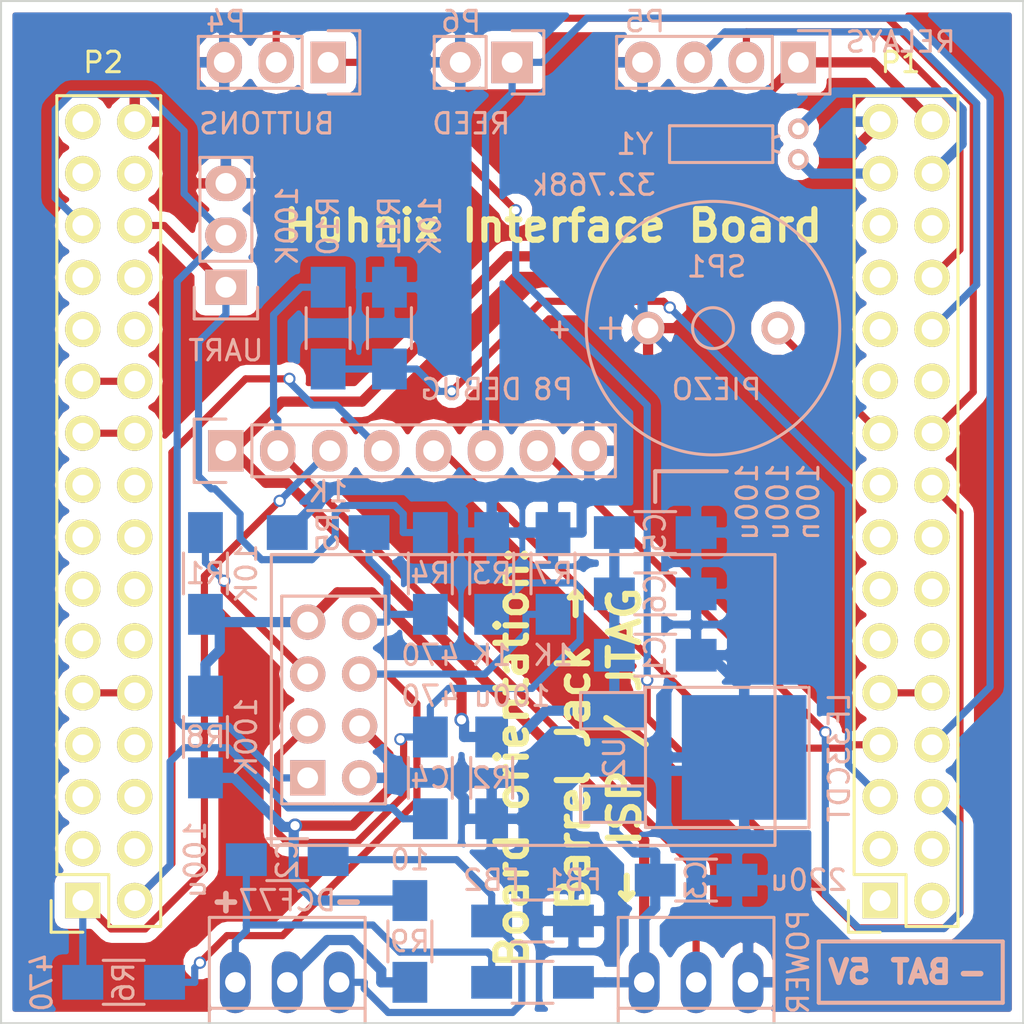
<source format=kicad_pcb>
(kicad_pcb (version 4) (host pcbnew "(2015-08-11 BZR 6084)-product")

  (general
    (links 74)
    (no_connects 0)
    (area 19.949999 19.949999 70.050001 70.050001)
    (thickness 1.6)
    (drawings 19)
    (tracks 334)
    (zones 0)
    (modules 32)
    (nets 32)
  )

  (page A4)
  (layers
    (0 F.Cu signal hide)
    (31 B.Cu signal hide)
    (32 B.Adhes user)
    (33 F.Adhes user)
    (34 B.Paste user)
    (35 F.Paste user)
    (36 B.SilkS user)
    (37 F.SilkS user)
    (38 B.Mask user)
    (39 F.Mask user)
    (40 Dwgs.User user)
    (41 Cmts.User user)
    (42 Eco1.User user)
    (43 Eco2.User user)
    (44 Edge.Cuts user)
    (45 Margin user)
    (46 B.CrtYd user)
    (47 F.CrtYd user)
    (48 B.Fab user)
    (49 F.Fab user)
  )

  (setup
    (last_trace_width 0.35)
    (trace_clearance 0.3)
    (zone_clearance 0.508)
    (zone_45_only no)
    (trace_min 0.2)
    (segment_width 0.2)
    (edge_width 0.1)
    (via_size 0.6)
    (via_drill 0.4)
    (via_min_size 0.4)
    (via_min_drill 0.3)
    (uvia_size 0.3)
    (uvia_drill 0.1)
    (uvias_allowed no)
    (uvia_min_size 0.2)
    (uvia_min_drill 0.1)
    (pcb_text_width 0.3)
    (pcb_text_size 1.5 1.5)
    (mod_edge_width 0.15)
    (mod_text_size 1 1)
    (mod_text_width 0.15)
    (pad_size 1.5 1.5)
    (pad_drill 0.6)
    (pad_to_mask_clearance 0)
    (aux_axis_origin 0 0)
    (visible_elements FFFF7BFF)
    (pcbplotparams
      (layerselection 0x00030_80000001)
      (usegerberextensions false)
      (excludeedgelayer true)
      (linewidth 0.100000)
      (plotframeref false)
      (viasonmask false)
      (mode 1)
      (useauxorigin false)
      (hpglpennumber 1)
      (hpglpenspeed 20)
      (hpglpendiameter 15)
      (hpglpenoverlay 2)
      (psnegative false)
      (psa4output false)
      (plotreference true)
      (plotvalue true)
      (plotinvisibletext false)
      (padsonsilk false)
      (subtractmaskfromsilk false)
      (outputformat 1)
      (mirror false)
      (drillshape 1)
      (scaleselection 1)
      (outputdirectory ""))
  )

  (net 0 "")
  (net 1 +3V3)
  (net 2 GND)
  (net 3 "Net-(C2-Pad1)")
  (net 4 "Net-(C2-Pad2)")
  (net 5 +5V)
  (net 6 /PF2)
  (net 7 /PF3)
  (net 8 /PF0)
  (net 9 /PF1)
  (net 10 /Aref)
  (net 11 /PE4)
  (net 12 /PE7)
  (net 13 /PE6)
  (net 14 /PB2)
  (net 15 /PB4)
  (net 16 /PG4)
  (net 17 /PG3)
  (net 18 ESP_PRGM)
  (net 19 ESP_EN)
  (net 20 /PG2)
  (net 21 /PG1)
  (net 22 /PG0)
  (net 23 RXD)
  (net 24 TXD)
  (net 25 DCF)
  (net 26 +BATT)
  (net 27 "Net-(R1-Pad2)")
  (net 28 "Net-(R2-Pad2)")
  (net 29 "Net-(R4-Pad2)")
  (net 30 "Net-(R6-Pad2)")
  (net 31 "Net-(R8-Pad2)")

  (net_class Default "This is the default net class."
    (clearance 0.3)
    (trace_width 0.35)
    (via_dia 0.6)
    (via_drill 0.4)
    (uvia_dia 0.3)
    (uvia_drill 0.1)
    (add_net +BATT)
    (add_net /Aref)
    (add_net /PB2)
    (add_net /PB4)
    (add_net /PE4)
    (add_net /PE6)
    (add_net /PE7)
    (add_net /PF0)
    (add_net /PF1)
    (add_net /PF2)
    (add_net /PF3)
    (add_net /PG0)
    (add_net /PG1)
    (add_net /PG2)
    (add_net ESP_EN)
    (add_net ESP_PRGM)
    (add_net "Net-(C2-Pad1)")
    (add_net "Net-(C2-Pad2)")
    (add_net "Net-(R1-Pad2)")
    (add_net "Net-(R2-Pad2)")
    (add_net "Net-(R4-Pad2)")
    (add_net "Net-(R6-Pad2)")
    (add_net RXD)
    (add_net TXD)
  )

  (net_class Power ""
    (clearance 0.3)
    (trace_width 0.5)
    (via_dia 0.7)
    (via_drill 0.45)
    (uvia_dia 0.3)
    (uvia_drill 0.1)
    (add_net +3V3)
    (add_net +5V)
    (add_net /PG3)
    (add_net /PG4)
    (add_net DCF)
    (add_net GND)
    (add_net "Net-(R8-Pad2)")
  )

  (module Capacitors_SMD:C_1206_HandSoldering (layer B.Cu) (tedit 55D4DE95) (tstamp 55D4AEA7)
    (at 52 52)
    (descr "Capacitor SMD 1206, hand soldering")
    (tags "capacitor 1206")
    (path /55D561EB)
    (attr smd)
    (fp_text reference C1 (at 0 0 90) (layer B.SilkS)
      (effects (font (size 1 1) (thickness 0.15)) (justify mirror))
    )
    (fp_text value 100n (at 7.5 -7.5 90) (layer B.SilkS)
      (effects (font (size 1 1) (thickness 0.15)) (justify mirror))
    )
    (fp_line (start -3.3 1.15) (end 3.3 1.15) (layer B.CrtYd) (width 0.05))
    (fp_line (start -3.3 -1.15) (end 3.3 -1.15) (layer B.CrtYd) (width 0.05))
    (fp_line (start -3.3 1.15) (end -3.3 -1.15) (layer B.CrtYd) (width 0.05))
    (fp_line (start 3.3 1.15) (end 3.3 -1.15) (layer B.CrtYd) (width 0.05))
    (fp_line (start 1 1.025) (end -1 1.025) (layer B.SilkS) (width 0.15))
    (fp_line (start -1 -1.025) (end 1 -1.025) (layer B.SilkS) (width 0.15))
    (pad 1 smd rect (at -2 0) (size 2 1.6) (layers B.Cu B.Paste B.Mask)
      (net 1 +3V3))
    (pad 2 smd rect (at 2 0) (size 2 1.6) (layers B.Cu B.Paste B.Mask)
      (net 2 GND))
    (model Capacitors_SMD.3dshapes/C_1206_HandSoldering.wrl
      (at (xyz 0 0 0))
      (scale (xyz 1 1 1))
      (rotate (xyz 0 0 0))
    )
  )

  (module Capacitors_SMD:C_1206_HandSoldering (layer B.Cu) (tedit 55D4DD27) (tstamp 55D4AEAD)
    (at 34 62)
    (descr "Capacitor SMD 1206, hand soldering")
    (tags "capacitor 1206")
    (path /55D4E8FE)
    (attr smd)
    (fp_text reference C2 (at 0 0 90) (layer B.SilkS)
      (effects (font (size 1 1) (thickness 0.15)) (justify mirror))
    )
    (fp_text value 100u (at -4.5 0 90) (layer B.SilkS)
      (effects (font (size 1 1) (thickness 0.15)) (justify mirror))
    )
    (fp_line (start -3.3 1.15) (end 3.3 1.15) (layer B.CrtYd) (width 0.05))
    (fp_line (start -3.3 -1.15) (end 3.3 -1.15) (layer B.CrtYd) (width 0.05))
    (fp_line (start -3.3 1.15) (end -3.3 -1.15) (layer B.CrtYd) (width 0.05))
    (fp_line (start 3.3 1.15) (end 3.3 -1.15) (layer B.CrtYd) (width 0.05))
    (fp_line (start 1 1.025) (end -1 1.025) (layer B.SilkS) (width 0.15))
    (fp_line (start -1 -1.025) (end 1 -1.025) (layer B.SilkS) (width 0.15))
    (pad 1 smd rect (at -2 0) (size 2 1.6) (layers B.Cu B.Paste B.Mask)
      (net 3 "Net-(C2-Pad1)"))
    (pad 2 smd rect (at 2 0) (size 2 1.6) (layers B.Cu B.Paste B.Mask)
      (net 4 "Net-(C2-Pad2)"))
    (model Capacitors_SMD.3dshapes/C_1206_HandSoldering.wrl
      (at (xyz 0 0 0))
      (scale (xyz 1 1 1))
      (rotate (xyz 0 0 0))
    )
  )

  (module Capacitors_SMD:C_1206_HandSoldering (layer B.Cu) (tedit 55D4DCA6) (tstamp 55D4AEB3)
    (at 54 63)
    (descr "Capacitor SMD 1206, hand soldering")
    (tags "capacitor 1206")
    (path /55D49B0B)
    (attr smd)
    (fp_text reference C3 (at 0 0 90) (layer B.SilkS)
      (effects (font (size 1 1) (thickness 0.15)) (justify mirror))
    )
    (fp_text value 220u (at 5.5 0 180) (layer B.SilkS)
      (effects (font (size 1 1) (thickness 0.15)) (justify mirror))
    )
    (fp_line (start -3.3 1.15) (end 3.3 1.15) (layer B.CrtYd) (width 0.05))
    (fp_line (start -3.3 -1.15) (end 3.3 -1.15) (layer B.CrtYd) (width 0.05))
    (fp_line (start -3.3 1.15) (end -3.3 -1.15) (layer B.CrtYd) (width 0.05))
    (fp_line (start 3.3 1.15) (end 3.3 -1.15) (layer B.CrtYd) (width 0.05))
    (fp_line (start 1 1.025) (end -1 1.025) (layer B.SilkS) (width 0.15))
    (fp_line (start -1 -1.025) (end 1 -1.025) (layer B.SilkS) (width 0.15))
    (pad 1 smd rect (at -2 0) (size 2 1.6) (layers B.Cu B.Paste B.Mask)
      (net 5 +5V))
    (pad 2 smd rect (at 2 0) (size 2 1.6) (layers B.Cu B.Paste B.Mask)
      (net 2 GND))
    (model Capacitors_SMD.3dshapes/C_1206_HandSoldering.wrl
      (at (xyz 0 0 0))
      (scale (xyz 1 1 1))
      (rotate (xyz 0 0 0))
    )
  )

  (module Capacitors_SMD:C_1206_HandSoldering (layer B.Cu) (tedit 55D4DD38) (tstamp 55D4AEB9)
    (at 44 58 270)
    (descr "Capacitor SMD 1206, hand soldering")
    (tags "capacitor 1206")
    (path /55D49E4D)
    (attr smd)
    (fp_text reference C4 (at 0 3 360) (layer B.SilkS)
      (effects (font (size 1 1) (thickness 0.15)) (justify mirror))
    )
    (fp_text value 100u (at -4 -1 540) (layer B.SilkS)
      (effects (font (size 1 1) (thickness 0.15)) (justify mirror))
    )
    (fp_line (start -3.3 1.15) (end 3.3 1.15) (layer B.CrtYd) (width 0.05))
    (fp_line (start -3.3 -1.15) (end 3.3 -1.15) (layer B.CrtYd) (width 0.05))
    (fp_line (start -3.3 1.15) (end -3.3 -1.15) (layer B.CrtYd) (width 0.05))
    (fp_line (start 3.3 1.15) (end 3.3 -1.15) (layer B.CrtYd) (width 0.05))
    (fp_line (start 1 1.025) (end -1 1.025) (layer B.SilkS) (width 0.15))
    (fp_line (start -1 -1.025) (end 1 -1.025) (layer B.SilkS) (width 0.15))
    (pad 1 smd rect (at -2 0 270) (size 2 1.6) (layers B.Cu B.Paste B.Mask)
      (net 1 +3V3))
    (pad 2 smd rect (at 2 0 270) (size 2 1.6) (layers B.Cu B.Paste B.Mask)
      (net 2 GND))
    (model Capacitors_SMD.3dshapes/C_1206_HandSoldering.wrl
      (at (xyz 0 0 0))
      (scale (xyz 1 1 1))
      (rotate (xyz 0 0 0))
    )
  )

  (module Capacitors_SMD:C_1206_HandSoldering (layer B.Cu) (tedit 55D4DE92) (tstamp 55D4AEBF)
    (at 52 46)
    (descr "Capacitor SMD 1206, hand soldering")
    (tags "capacitor 1206")
    (path /55D49F60)
    (attr smd)
    (fp_text reference C5 (at 0 0 90) (layer B.SilkS)
      (effects (font (size 1 1) (thickness 0.15)) (justify mirror))
    )
    (fp_text value 100u (at 6 -1.5 90) (layer B.SilkS)
      (effects (font (size 1 1) (thickness 0.15)) (justify mirror))
    )
    (fp_line (start -3.3 1.15) (end 3.3 1.15) (layer B.CrtYd) (width 0.05))
    (fp_line (start -3.3 -1.15) (end 3.3 -1.15) (layer B.CrtYd) (width 0.05))
    (fp_line (start -3.3 1.15) (end -3.3 -1.15) (layer B.CrtYd) (width 0.05))
    (fp_line (start 3.3 1.15) (end 3.3 -1.15) (layer B.CrtYd) (width 0.05))
    (fp_line (start 1 1.025) (end -1 1.025) (layer B.SilkS) (width 0.15))
    (fp_line (start -1 -1.025) (end 1 -1.025) (layer B.SilkS) (width 0.15))
    (pad 1 smd rect (at -2 0) (size 2 1.6) (layers B.Cu B.Paste B.Mask)
      (net 1 +3V3))
    (pad 2 smd rect (at 2 0) (size 2 1.6) (layers B.Cu B.Paste B.Mask)
      (net 2 GND))
    (model Capacitors_SMD.3dshapes/C_1206_HandSoldering.wrl
      (at (xyz 0 0 0))
      (scale (xyz 1 1 1))
      (rotate (xyz 0 0 0))
    )
  )

  (module Capacitors_SMD:C_1206_HandSoldering (layer B.Cu) (tedit 55D4DE66) (tstamp 55D4AEC5)
    (at 52 49)
    (descr "Capacitor SMD 1206, hand soldering")
    (tags "capacitor 1206")
    (path /55D574AB)
    (attr smd)
    (fp_text reference C6 (at 0 0 90) (layer B.SilkS)
      (effects (font (size 1 1) (thickness 0.15)) (justify mirror))
    )
    (fp_text value 100u (at 4.5 -4.5 270) (layer B.SilkS)
      (effects (font (size 1 1) (thickness 0.15)) (justify mirror))
    )
    (fp_line (start -3.3 1.15) (end 3.3 1.15) (layer B.CrtYd) (width 0.05))
    (fp_line (start -3.3 -1.15) (end 3.3 -1.15) (layer B.CrtYd) (width 0.05))
    (fp_line (start -3.3 1.15) (end -3.3 -1.15) (layer B.CrtYd) (width 0.05))
    (fp_line (start 3.3 1.15) (end 3.3 -1.15) (layer B.CrtYd) (width 0.05))
    (fp_line (start 1 1.025) (end -1 1.025) (layer B.SilkS) (width 0.15))
    (fp_line (start -1 -1.025) (end 1 -1.025) (layer B.SilkS) (width 0.15))
    (pad 1 smd rect (at -2 0) (size 2 1.6) (layers B.Cu B.Paste B.Mask)
      (net 1 +3V3))
    (pad 2 smd rect (at 2 0) (size 2 1.6) (layers B.Cu B.Paste B.Mask)
      (net 2 GND))
    (model Capacitors_SMD.3dshapes/C_1206_HandSoldering.wrl
      (at (xyz 0 0 0))
      (scale (xyz 1 1 1))
      (rotate (xyz 0 0 0))
    )
  )

  (module Capacitors_SMD:C_1206_HandSoldering (layer B.Cu) (tedit 55D4DC0A) (tstamp 55D4AECB)
    (at 46 68 180)
    (descr "Capacitor SMD 1206, hand soldering")
    (tags "capacitor 1206")
    (path /55D4DF08)
    (attr smd)
    (fp_text reference FB1 (at -2 5 360) (layer B.SilkS)
      (effects (font (size 1 1) (thickness 0.15)) (justify mirror))
    )
    (fp_text value FILTER (at 0 -2.3 180) (layer B.SilkS) hide
      (effects (font (size 1 1) (thickness 0.15)) (justify mirror))
    )
    (fp_line (start -3.3 1.15) (end 3.3 1.15) (layer B.CrtYd) (width 0.05))
    (fp_line (start -3.3 -1.15) (end 3.3 -1.15) (layer B.CrtYd) (width 0.05))
    (fp_line (start -3.3 1.15) (end -3.3 -1.15) (layer B.CrtYd) (width 0.05))
    (fp_line (start 3.3 1.15) (end 3.3 -1.15) (layer B.CrtYd) (width 0.05))
    (fp_line (start 1 1.025) (end -1 1.025) (layer B.SilkS) (width 0.15))
    (fp_line (start -1 -1.025) (end 1 -1.025) (layer B.SilkS) (width 0.15))
    (pad 1 smd rect (at -2 0 180) (size 2 1.6) (layers B.Cu B.Paste B.Mask)
      (net 5 +5V))
    (pad 2 smd rect (at 2 0 180) (size 2 1.6) (layers B.Cu B.Paste B.Mask)
      (net 3 "Net-(C2-Pad1)"))
    (model Capacitors_SMD.3dshapes/C_1206_HandSoldering.wrl
      (at (xyz 0 0 0))
      (scale (xyz 1 1 1))
      (rotate (xyz 0 0 0))
    )
  )

  (module Capacitors_SMD:C_1206_HandSoldering (layer B.Cu) (tedit 55D4DC0C) (tstamp 55D4AED1)
    (at 46 65 180)
    (descr "Capacitor SMD 1206, hand soldering")
    (tags "capacitor 1206")
    (path /55D4E069)
    (attr smd)
    (fp_text reference FB2 (at 2 2 360) (layer B.SilkS)
      (effects (font (size 1 1) (thickness 0.15)) (justify mirror))
    )
    (fp_text value FILTER (at 0 2 180) (layer B.SilkS) hide
      (effects (font (size 1 1) (thickness 0.15)) (justify mirror))
    )
    (fp_line (start -3.3 1.15) (end 3.3 1.15) (layer B.CrtYd) (width 0.05))
    (fp_line (start -3.3 -1.15) (end 3.3 -1.15) (layer B.CrtYd) (width 0.05))
    (fp_line (start -3.3 1.15) (end -3.3 -1.15) (layer B.CrtYd) (width 0.05))
    (fp_line (start 3.3 1.15) (end 3.3 -1.15) (layer B.CrtYd) (width 0.05))
    (fp_line (start 1 1.025) (end -1 1.025) (layer B.SilkS) (width 0.15))
    (fp_line (start -1 -1.025) (end 1 -1.025) (layer B.SilkS) (width 0.15))
    (pad 1 smd rect (at -2 0 180) (size 2 1.6) (layers B.Cu B.Paste B.Mask)
      (net 2 GND))
    (pad 2 smd rect (at 2 0 180) (size 2 1.6) (layers B.Cu B.Paste B.Mask)
      (net 4 "Net-(C2-Pad2)"))
    (model Capacitors_SMD.3dshapes/C_1206_HandSoldering.wrl
      (at (xyz 0 0 0))
      (scale (xyz 1 1 1))
      (rotate (xyz 0 0 0))
    )
  )

  (module Connect:PINHEAD1-3 (layer B.Cu) (tedit 55D4DCC3) (tstamp 55D4AF20)
    (at 34 68)
    (path /55D4DC2D)
    (attr virtual)
    (fp_text reference P3 (at -5 -3 90) (layer B.SilkS) hide
      (effects (font (size 1 1) (thickness 0.15)) (justify mirror))
    )
    (fp_text value DCF77 (at 0 -4) (layer B.SilkS)
      (effects (font (size 1 1) (thickness 0.15)) (justify mirror))
    )
    (fp_line (start -3.81 3.175) (end -3.81 -3.175) (layer B.SilkS) (width 0.15))
    (fp_line (start 3.81 3.175) (end 3.81 -3.175) (layer B.SilkS) (width 0.15))
    (fp_line (start 3.81 1.27) (end -3.81 1.27) (layer B.SilkS) (width 0.15))
    (fp_line (start -3.81 3.175) (end 3.81 3.175) (layer B.SilkS) (width 0.15))
    (fp_line (start 3.81 -3.175) (end -3.81 -3.175) (layer B.SilkS) (width 0.15))
    (pad 1 thru_hole oval (at -2.54 0) (size 1.50622 3.01498) (drill 0.99822) (layers *.Cu *.Mask)
      (net 3 "Net-(C2-Pad1)"))
    (pad 2 thru_hole oval (at 0 0) (size 1.50622 3.01498) (drill 0.99822) (layers *.Cu *.Mask)
      (net 25 DCF))
    (pad 3 thru_hole oval (at 2.54 0) (size 1.50622 3.01498) (drill 0.99822) (layers *.Cu *.Mask)
      (net 4 "Net-(C2-Pad2)"))
  )

  (module Pin_Headers:Pin_Header_Straight_1x03 (layer B.Cu) (tedit 55D5B774) (tstamp 55D4AF27)
    (at 36 23 90)
    (descr "Through hole pin header")
    (tags "pin header")
    (path /55D54BA5)
    (fp_text reference P4 (at 2 -5 360) (layer B.SilkS)
      (effects (font (size 1 1) (thickness 0.15)) (justify mirror))
    )
    (fp_text value BUTTONS (at -3 -3 180) (layer B.SilkS)
      (effects (font (size 1 1) (thickness 0.15)) (justify mirror))
    )
    (fp_line (start -1.75 1.75) (end -1.75 -6.85) (layer B.CrtYd) (width 0.05))
    (fp_line (start 1.75 1.75) (end 1.75 -6.85) (layer B.CrtYd) (width 0.05))
    (fp_line (start -1.75 1.75) (end 1.75 1.75) (layer B.CrtYd) (width 0.05))
    (fp_line (start -1.75 -6.85) (end 1.75 -6.85) (layer B.CrtYd) (width 0.05))
    (fp_line (start -1.27 -1.27) (end -1.27 -6.35) (layer B.SilkS) (width 0.15))
    (fp_line (start -1.27 -6.35) (end 1.27 -6.35) (layer B.SilkS) (width 0.15))
    (fp_line (start 1.27 -6.35) (end 1.27 -1.27) (layer B.SilkS) (width 0.15))
    (fp_line (start 1.55 1.55) (end 1.55 0) (layer B.SilkS) (width 0.15))
    (fp_line (start 1.27 -1.27) (end -1.27 -1.27) (layer B.SilkS) (width 0.15))
    (fp_line (start -1.55 0) (end -1.55 1.55) (layer B.SilkS) (width 0.15))
    (fp_line (start -1.55 1.55) (end 1.55 1.55) (layer B.SilkS) (width 0.15))
    (pad 1 thru_hole rect (at 0 0 90) (size 2.032 1.7272) (drill 1.016) (layers *.Cu *.Mask B.SilkS)
      (net 11 /PE4))
    (pad 2 thru_hole oval (at 0 -2.54 90) (size 2.032 1.7272) (drill 1.016) (layers *.Cu *.Mask B.SilkS)
      (net 13 /PE6))
    (pad 3 thru_hole oval (at 0 -5.08 90) (size 2.032 1.7272) (drill 1.016) (layers *.Cu *.Mask B.SilkS)
      (net 2 GND))
    (model Pin_Headers.3dshapes/Pin_Header_Straight_1x03.wrl
      (at (xyz 0 -0.1 0))
      (scale (xyz 1 1 1))
      (rotate (xyz 0 0 90))
    )
  )

  (module Pin_Headers:Pin_Header_Straight_1x04 (layer B.Cu) (tedit 55D5B76F) (tstamp 55D4AF2F)
    (at 59 23 90)
    (descr "Through hole pin header")
    (tags "pin header")
    (path /55D53543)
    (fp_text reference P5 (at 2 -7.5 360) (layer B.SilkS)
      (effects (font (size 1 1) (thickness 0.15)) (justify mirror))
    )
    (fp_text value RELAYS (at 1 5 180) (layer B.SilkS)
      (effects (font (size 1 1) (thickness 0.15)) (justify mirror))
    )
    (fp_line (start -1.75 1.75) (end -1.75 -9.4) (layer B.CrtYd) (width 0.05))
    (fp_line (start 1.75 1.75) (end 1.75 -9.4) (layer B.CrtYd) (width 0.05))
    (fp_line (start -1.75 1.75) (end 1.75 1.75) (layer B.CrtYd) (width 0.05))
    (fp_line (start -1.75 -9.4) (end 1.75 -9.4) (layer B.CrtYd) (width 0.05))
    (fp_line (start -1.27 -1.27) (end -1.27 -8.89) (layer B.SilkS) (width 0.15))
    (fp_line (start 1.27 -1.27) (end 1.27 -8.89) (layer B.SilkS) (width 0.15))
    (fp_line (start 1.55 1.55) (end 1.55 0) (layer B.SilkS) (width 0.15))
    (fp_line (start -1.27 -8.89) (end 1.27 -8.89) (layer B.SilkS) (width 0.15))
    (fp_line (start 1.27 -1.27) (end -1.27 -1.27) (layer B.SilkS) (width 0.15))
    (fp_line (start -1.55 0) (end -1.55 1.55) (layer B.SilkS) (width 0.15))
    (fp_line (start -1.55 1.55) (end 1.55 1.55) (layer B.SilkS) (width 0.15))
    (pad 1 thru_hole rect (at 0 0 90) (size 2.032 1.7272) (drill 1.016) (layers *.Cu *.Mask B.SilkS)
      (net 5 +5V))
    (pad 2 thru_hole oval (at 0 -2.54 90) (size 2.032 1.7272) (drill 1.016) (layers *.Cu *.Mask B.SilkS)
      (net 15 /PB4))
    (pad 3 thru_hole oval (at 0 -5.08 90) (size 2.032 1.7272) (drill 1.016) (layers *.Cu *.Mask B.SilkS)
      (net 14 /PB2))
    (pad 4 thru_hole oval (at 0 -7.62 90) (size 2.032 1.7272) (drill 1.016) (layers *.Cu *.Mask B.SilkS)
      (net 2 GND))
    (model Pin_Headers.3dshapes/Pin_Header_Straight_1x04.wrl
      (at (xyz 0 -0.15 0))
      (scale (xyz 1 1 1))
      (rotate (xyz 0 0 90))
    )
  )

  (module Pin_Headers:Pin_Header_Straight_1x02 (layer B.Cu) (tedit 55D5B76B) (tstamp 55D4AF35)
    (at 45 23 90)
    (descr "Through hole pin header")
    (tags "pin header")
    (path /55D54100)
    (fp_text reference P6 (at 2 -2.5 360) (layer B.SilkS)
      (effects (font (size 1 1) (thickness 0.15)) (justify mirror))
    )
    (fp_text value REED (at -3 -2 180) (layer B.SilkS)
      (effects (font (size 1 1) (thickness 0.15)) (justify mirror))
    )
    (fp_line (start 1.27 -1.27) (end 1.27 -3.81) (layer B.SilkS) (width 0.15))
    (fp_line (start 1.55 1.55) (end 1.55 0) (layer B.SilkS) (width 0.15))
    (fp_line (start -1.75 1.75) (end -1.75 -4.3) (layer B.CrtYd) (width 0.05))
    (fp_line (start 1.75 1.75) (end 1.75 -4.3) (layer B.CrtYd) (width 0.05))
    (fp_line (start -1.75 1.75) (end 1.75 1.75) (layer B.CrtYd) (width 0.05))
    (fp_line (start -1.75 -4.3) (end 1.75 -4.3) (layer B.CrtYd) (width 0.05))
    (fp_line (start 1.27 -1.27) (end -1.27 -1.27) (layer B.SilkS) (width 0.15))
    (fp_line (start -1.55 0) (end -1.55 1.55) (layer B.SilkS) (width 0.15))
    (fp_line (start -1.55 1.55) (end 1.55 1.55) (layer B.SilkS) (width 0.15))
    (fp_line (start -1.27 -1.27) (end -1.27 -3.81) (layer B.SilkS) (width 0.15))
    (fp_line (start -1.27 -3.81) (end 1.27 -3.81) (layer B.SilkS) (width 0.15))
    (pad 1 thru_hole rect (at 0 0 90) (size 2.032 2.032) (drill 1.016) (layers *.Cu *.Mask B.SilkS)
      (net 9 /PF1))
    (pad 2 thru_hole oval (at 0 -2.54 90) (size 2.032 2.032) (drill 1.016) (layers *.Cu *.Mask B.SilkS)
      (net 2 GND))
    (model Pin_Headers.3dshapes/Pin_Header_Straight_1x02.wrl
      (at (xyz 0 -0.05 0))
      (scale (xyz 1 1 1))
      (rotate (xyz 0 0 90))
    )
  )

  (module Connect:PINHEAD1-3 (layer B.Cu) (tedit 55D4DED9) (tstamp 55D4AF3C)
    (at 54 68)
    (path /55D4FD95)
    (attr virtual)
    (fp_text reference P7 (at 6.5 5.5 90) (layer B.SilkS) hide
      (effects (font (size 1 1) (thickness 0.15)) (justify mirror))
    )
    (fp_text value POWER (at 5 -1 90) (layer B.SilkS)
      (effects (font (size 1 1) (thickness 0.15)) (justify mirror))
    )
    (fp_line (start -3.81 3.175) (end -3.81 -3.175) (layer B.SilkS) (width 0.15))
    (fp_line (start 3.81 3.175) (end 3.81 -3.175) (layer B.SilkS) (width 0.15))
    (fp_line (start 3.81 1.27) (end -3.81 1.27) (layer B.SilkS) (width 0.15))
    (fp_line (start -3.81 3.175) (end 3.81 3.175) (layer B.SilkS) (width 0.15))
    (fp_line (start 3.81 -3.175) (end -3.81 -3.175) (layer B.SilkS) (width 0.15))
    (pad 1 thru_hole oval (at -2.54 0) (size 1.50622 3.01498) (drill 0.99822) (layers *.Cu *.Mask)
      (net 5 +5V))
    (pad 2 thru_hole oval (at 0 0) (size 1.50622 3.01498) (drill 0.99822) (layers *.Cu *.Mask)
      (net 26 +BATT))
    (pad 3 thru_hole oval (at 2.54 0) (size 1.50622 3.01498) (drill 0.99822) (layers *.Cu *.Mask)
      (net 2 GND))
  )

  (module Pin_Headers:Pin_Header_Straight_1x03 (layer B.Cu) (tedit 55D4DDF9) (tstamp 55D4AF43)
    (at 31 34)
    (descr "Through hole pin header")
    (tags "pin header")
    (path /55D556B4)
    (fp_text reference P8 (at 16 5) (layer B.SilkS)
      (effects (font (size 1 1) (thickness 0.15)) (justify mirror))
    )
    (fp_text value UART (at 0 3.1) (layer B.SilkS)
      (effects (font (size 1 1) (thickness 0.15)) (justify mirror))
    )
    (fp_line (start -1.75 1.75) (end -1.75 -6.85) (layer B.CrtYd) (width 0.05))
    (fp_line (start 1.75 1.75) (end 1.75 -6.85) (layer B.CrtYd) (width 0.05))
    (fp_line (start -1.75 1.75) (end 1.75 1.75) (layer B.CrtYd) (width 0.05))
    (fp_line (start -1.75 -6.85) (end 1.75 -6.85) (layer B.CrtYd) (width 0.05))
    (fp_line (start -1.27 -1.27) (end -1.27 -6.35) (layer B.SilkS) (width 0.15))
    (fp_line (start -1.27 -6.35) (end 1.27 -6.35) (layer B.SilkS) (width 0.15))
    (fp_line (start 1.27 -6.35) (end 1.27 -1.27) (layer B.SilkS) (width 0.15))
    (fp_line (start 1.55 1.55) (end 1.55 0) (layer B.SilkS) (width 0.15))
    (fp_line (start 1.27 -1.27) (end -1.27 -1.27) (layer B.SilkS) (width 0.15))
    (fp_line (start -1.55 0) (end -1.55 1.55) (layer B.SilkS) (width 0.15))
    (fp_line (start -1.55 1.55) (end 1.55 1.55) (layer B.SilkS) (width 0.15))
    (pad 1 thru_hole rect (at 0 0) (size 2.032 1.7272) (drill 1.016) (layers *.Cu *.Mask B.SilkS)
      (net 24 TXD))
    (pad 2 thru_hole oval (at 0 -2.54) (size 2.032 1.7272) (drill 1.016) (layers *.Cu *.Mask B.SilkS)
      (net 23 RXD))
    (pad 3 thru_hole oval (at 0 -5.08) (size 2.032 1.7272) (drill 1.016) (layers *.Cu *.Mask B.SilkS)
      (net 2 GND))
    (model Pin_Headers.3dshapes/Pin_Header_Straight_1x03.wrl
      (at (xyz 0 -0.1 0))
      (scale (xyz 1 1 1))
      (rotate (xyz 0 0 90))
    )
  )

  (module Pin_Headers:Pin_Header_Straight_1x08 (layer B.Cu) (tedit 55D4DCB9) (tstamp 55D4AF4F)
    (at 31 42 270)
    (descr "Through hole pin header")
    (tags "pin header")
    (path /55D5A11A)
    (fp_text reference P9 (at 0 5.1 270) (layer B.SilkS) hide
      (effects (font (size 1 1) (thickness 0.15)) (justify mirror))
    )
    (fp_text value DEBUG (at -3 -12 360) (layer B.SilkS)
      (effects (font (size 1 1) (thickness 0.15)) (justify mirror))
    )
    (fp_line (start -1.75 1.75) (end -1.75 -19.55) (layer B.CrtYd) (width 0.05))
    (fp_line (start 1.75 1.75) (end 1.75 -19.55) (layer B.CrtYd) (width 0.05))
    (fp_line (start -1.75 1.75) (end 1.75 1.75) (layer B.CrtYd) (width 0.05))
    (fp_line (start -1.75 -19.55) (end 1.75 -19.55) (layer B.CrtYd) (width 0.05))
    (fp_line (start 1.27 -1.27) (end 1.27 -19.05) (layer B.SilkS) (width 0.15))
    (fp_line (start 1.27 -19.05) (end -1.27 -19.05) (layer B.SilkS) (width 0.15))
    (fp_line (start -1.27 -19.05) (end -1.27 -1.27) (layer B.SilkS) (width 0.15))
    (fp_line (start 1.55 1.55) (end 1.55 0) (layer B.SilkS) (width 0.15))
    (fp_line (start 1.27 -1.27) (end -1.27 -1.27) (layer B.SilkS) (width 0.15))
    (fp_line (start -1.55 0) (end -1.55 1.55) (layer B.SilkS) (width 0.15))
    (fp_line (start -1.55 1.55) (end 1.55 1.55) (layer B.SilkS) (width 0.15))
    (pad 1 thru_hole rect (at 0 0 270) (size 2.032 1.7272) (drill 1.016) (layers *.Cu *.Mask B.SilkS)
      (net 5 +5V))
    (pad 2 thru_hole oval (at 0 -2.54 270) (size 2.032 1.7272) (drill 1.016) (layers *.Cu *.Mask B.SilkS)
      (net 26 +BATT))
    (pad 3 thru_hole oval (at 0 -5.08 270) (size 2.032 1.7272) (drill 1.016) (layers *.Cu *.Mask B.SilkS)
      (net 18 ESP_PRGM))
    (pad 4 thru_hole oval (at 0 -7.62 270) (size 2.032 1.7272) (drill 1.016) (layers *.Cu *.Mask B.SilkS)
      (net 19 ESP_EN))
    (pad 5 thru_hole oval (at 0 -10.16 270) (size 2.032 1.7272) (drill 1.016) (layers *.Cu *.Mask B.SilkS)
      (net 8 /PF0))
    (pad 6 thru_hole oval (at 0 -12.7 270) (size 2.032 1.7272) (drill 1.016) (layers *.Cu *.Mask B.SilkS)
      (net 9 /PF1))
    (pad 7 thru_hole oval (at 0 -15.24 270) (size 2.032 1.7272) (drill 1.016) (layers *.Cu *.Mask B.SilkS)
      (net 7 /PF3))
    (pad 8 thru_hole oval (at 0 -17.78 270) (size 2.032 1.7272) (drill 1.016) (layers *.Cu *.Mask B.SilkS)
      (net 2 GND))
    (model Pin_Headers.3dshapes/Pin_Header_Straight_1x08.wrl
      (at (xyz 0 -0.35 0))
      (scale (xyz 1 1 1))
      (rotate (xyz 0 0 90))
    )
  )

  (module Resistors_SMD:R_1206_HandSoldering (layer B.Cu) (tedit 55D4DACC) (tstamp 55D4AF55)
    (at 30 48 90)
    (descr "Resistor SMD 1206, hand soldering")
    (tags "resistor 1206")
    (path /55D4D5C9)
    (attr smd)
    (fp_text reference R1 (at 0 0 180) (layer B.SilkS)
      (effects (font (size 1 1) (thickness 0.15)) (justify mirror))
    )
    (fp_text value 10K (at 0 2 270) (layer B.SilkS)
      (effects (font (size 1 1) (thickness 0.15)) (justify mirror))
    )
    (fp_line (start -3.3 1.2) (end 3.3 1.2) (layer B.CrtYd) (width 0.05))
    (fp_line (start -3.3 -1.2) (end 3.3 -1.2) (layer B.CrtYd) (width 0.05))
    (fp_line (start -3.3 1.2) (end -3.3 -1.2) (layer B.CrtYd) (width 0.05))
    (fp_line (start 3.3 1.2) (end 3.3 -1.2) (layer B.CrtYd) (width 0.05))
    (fp_line (start 1 -1.075) (end -1 -1.075) (layer B.SilkS) (width 0.15))
    (fp_line (start -1 1.075) (end 1 1.075) (layer B.SilkS) (width 0.15))
    (pad 1 smd rect (at -2 0 90) (size 2 1.7) (layers B.Cu B.Paste B.Mask)
      (net 1 +3V3))
    (pad 2 smd rect (at 2 0 90) (size 2 1.7) (layers B.Cu B.Paste B.Mask)
      (net 27 "Net-(R1-Pad2)"))
    (model Resistors_SMD.3dshapes/R_1206_HandSoldering.wrl
      (at (xyz 0 0 0))
      (scale (xyz 1 1 1))
      (rotate (xyz 0 0 0))
    )
  )

  (module Resistors_SMD:R_1206_HandSoldering (layer B.Cu) (tedit 55D4DD2E) (tstamp 55D4AF5B)
    (at 41 58 90)
    (descr "Resistor SMD 1206, hand soldering")
    (tags "resistor 1206")
    (path /55D4CD28)
    (attr smd)
    (fp_text reference R2 (at 0 3 180) (layer B.SilkS)
      (effects (font (size 1 1) (thickness 0.15)) (justify mirror))
    )
    (fp_text value 470 (at 4 0 180) (layer B.SilkS)
      (effects (font (size 1 1) (thickness 0.15)) (justify mirror))
    )
    (fp_line (start -3.3 1.2) (end 3.3 1.2) (layer B.CrtYd) (width 0.05))
    (fp_line (start -3.3 -1.2) (end 3.3 -1.2) (layer B.CrtYd) (width 0.05))
    (fp_line (start -3.3 1.2) (end -3.3 -1.2) (layer B.CrtYd) (width 0.05))
    (fp_line (start 3.3 1.2) (end 3.3 -1.2) (layer B.CrtYd) (width 0.05))
    (fp_line (start 1 -1.075) (end -1 -1.075) (layer B.SilkS) (width 0.15))
    (fp_line (start -1 1.075) (end 1 1.075) (layer B.SilkS) (width 0.15))
    (pad 1 smd rect (at -2 0 90) (size 2 1.7) (layers B.Cu B.Paste B.Mask)
      (net 19 ESP_EN))
    (pad 2 smd rect (at 2 0 90) (size 2 1.7) (layers B.Cu B.Paste B.Mask)
      (net 28 "Net-(R2-Pad2)"))
    (model Resistors_SMD.3dshapes/R_1206_HandSoldering.wrl
      (at (xyz 0 0 0))
      (scale (xyz 1 1 1))
      (rotate (xyz 0 0 0))
    )
  )

  (module Resistors_SMD:R_1206_HandSoldering (layer B.Cu) (tedit 55D4DAFC) (tstamp 55D4AF61)
    (at 44 48 90)
    (descr "Resistor SMD 1206, hand soldering")
    (tags "resistor 1206")
    (path /55D4D2E8)
    (attr smd)
    (fp_text reference R3 (at 0 0 180) (layer B.SilkS)
      (effects (font (size 1 1) (thickness 0.15)) (justify mirror))
    )
    (fp_text value 1K (at -4 0 180) (layer B.SilkS)
      (effects (font (size 1 1) (thickness 0.15)) (justify mirror))
    )
    (fp_line (start -3.3 1.2) (end 3.3 1.2) (layer B.CrtYd) (width 0.05))
    (fp_line (start -3.3 -1.2) (end 3.3 -1.2) (layer B.CrtYd) (width 0.05))
    (fp_line (start -3.3 1.2) (end -3.3 -1.2) (layer B.CrtYd) (width 0.05))
    (fp_line (start 3.3 1.2) (end 3.3 -1.2) (layer B.CrtYd) (width 0.05))
    (fp_line (start 1 -1.075) (end -1 -1.075) (layer B.SilkS) (width 0.15))
    (fp_line (start -1 1.075) (end 1 1.075) (layer B.SilkS) (width 0.15))
    (pad 1 smd rect (at -2 0 90) (size 2 1.7) (layers B.Cu B.Paste B.Mask)
      (net 28 "Net-(R2-Pad2)"))
    (pad 2 smd rect (at 2 0 90) (size 2 1.7) (layers B.Cu B.Paste B.Mask)
      (net 2 GND))
    (model Resistors_SMD.3dshapes/R_1206_HandSoldering.wrl
      (at (xyz 0 0 0))
      (scale (xyz 1 1 1))
      (rotate (xyz 0 0 0))
    )
  )

  (module Resistors_SMD:R_1206_HandSoldering (layer B.Cu) (tedit 55D4DAFF) (tstamp 55D4AF67)
    (at 41 48 270)
    (descr "Resistor SMD 1206, hand soldering")
    (tags "resistor 1206")
    (path /55D4AD50)
    (attr smd)
    (fp_text reference R4 (at 0 0 360) (layer B.SilkS)
      (effects (font (size 1 1) (thickness 0.15)) (justify mirror))
    )
    (fp_text value 470 (at 4 0 360) (layer B.SilkS)
      (effects (font (size 1 1) (thickness 0.15)) (justify mirror))
    )
    (fp_line (start -3.3 1.2) (end 3.3 1.2) (layer B.CrtYd) (width 0.05))
    (fp_line (start -3.3 -1.2) (end 3.3 -1.2) (layer B.CrtYd) (width 0.05))
    (fp_line (start -3.3 1.2) (end -3.3 -1.2) (layer B.CrtYd) (width 0.05))
    (fp_line (start 3.3 1.2) (end 3.3 -1.2) (layer B.CrtYd) (width 0.05))
    (fp_line (start 1 -1.075) (end -1 -1.075) (layer B.SilkS) (width 0.15))
    (fp_line (start -1 1.075) (end 1 1.075) (layer B.SilkS) (width 0.15))
    (pad 1 smd rect (at -2 0 270) (size 2 1.7) (layers B.Cu B.Paste B.Mask)
      (net 24 TXD))
    (pad 2 smd rect (at 2 0 270) (size 2 1.7) (layers B.Cu B.Paste B.Mask)
      (net 29 "Net-(R4-Pad2)"))
    (model Resistors_SMD.3dshapes/R_1206_HandSoldering.wrl
      (at (xyz 0 0 0))
      (scale (xyz 1 1 1))
      (rotate (xyz 0 0 0))
    )
  )

  (module Resistors_SMD:R_1206_HandSoldering (layer B.Cu) (tedit 55D4DB0B) (tstamp 55D4AF6D)
    (at 36 46 180)
    (descr "Resistor SMD 1206, hand soldering")
    (tags "resistor 1206")
    (path /55D4ADB3)
    (attr smd)
    (fp_text reference R5 (at 0 0 270) (layer B.SilkS)
      (effects (font (size 1 1) (thickness 0.15)) (justify mirror))
    )
    (fp_text value 1K (at 0 2 180) (layer B.SilkS)
      (effects (font (size 1 1) (thickness 0.15)) (justify mirror))
    )
    (fp_line (start -3.3 1.2) (end 3.3 1.2) (layer B.CrtYd) (width 0.05))
    (fp_line (start -3.3 -1.2) (end 3.3 -1.2) (layer B.CrtYd) (width 0.05))
    (fp_line (start -3.3 1.2) (end -3.3 -1.2) (layer B.CrtYd) (width 0.05))
    (fp_line (start 3.3 1.2) (end 3.3 -1.2) (layer B.CrtYd) (width 0.05))
    (fp_line (start 1 -1.075) (end -1 -1.075) (layer B.SilkS) (width 0.15))
    (fp_line (start -1 1.075) (end 1 1.075) (layer B.SilkS) (width 0.15))
    (pad 1 smd rect (at -2 0 180) (size 2 1.7) (layers B.Cu B.Paste B.Mask)
      (net 29 "Net-(R4-Pad2)"))
    (pad 2 smd rect (at 2 0 180) (size 2 1.7) (layers B.Cu B.Paste B.Mask)
      (net 2 GND))
    (model Resistors_SMD.3dshapes/R_1206_HandSoldering.wrl
      (at (xyz 0 0 0))
      (scale (xyz 1 1 1))
      (rotate (xyz 0 0 0))
    )
  )

  (module Resistors_SMD:R_1206_HandSoldering (layer B.Cu) (tedit 55D4DB35) (tstamp 55D4AF73)
    (at 26 68)
    (descr "Resistor SMD 1206, hand soldering")
    (tags "resistor 1206")
    (path /55D4B4D1)
    (attr smd)
    (fp_text reference R6 (at 0 0 90) (layer B.SilkS)
      (effects (font (size 1 1) (thickness 0.15)) (justify mirror))
    )
    (fp_text value 470 (at -4 0 90) (layer B.SilkS)
      (effects (font (size 1 1) (thickness 0.15)) (justify mirror))
    )
    (fp_line (start -3.3 1.2) (end 3.3 1.2) (layer B.CrtYd) (width 0.05))
    (fp_line (start -3.3 -1.2) (end 3.3 -1.2) (layer B.CrtYd) (width 0.05))
    (fp_line (start -3.3 1.2) (end -3.3 -1.2) (layer B.CrtYd) (width 0.05))
    (fp_line (start 3.3 1.2) (end 3.3 -1.2) (layer B.CrtYd) (width 0.05))
    (fp_line (start 1 -1.075) (end -1 -1.075) (layer B.SilkS) (width 0.15))
    (fp_line (start -1 1.075) (end 1 1.075) (layer B.SilkS) (width 0.15))
    (pad 1 smd rect (at -2 0) (size 2 1.7) (layers B.Cu B.Paste B.Mask)
      (net 18 ESP_PRGM))
    (pad 2 smd rect (at 2 0) (size 2 1.7) (layers B.Cu B.Paste B.Mask)
      (net 30 "Net-(R6-Pad2)"))
    (model Resistors_SMD.3dshapes/R_1206_HandSoldering.wrl
      (at (xyz 0 0 0))
      (scale (xyz 1 1 1))
      (rotate (xyz 0 0 0))
    )
  )

  (module Resistors_SMD:R_1206_HandSoldering (layer B.Cu) (tedit 55D4DAEE) (tstamp 55D4AF79)
    (at 47 48 90)
    (descr "Resistor SMD 1206, hand soldering")
    (tags "resistor 1206")
    (path /55D4BA17)
    (attr smd)
    (fp_text reference R7 (at 0 0 180) (layer B.SilkS)
      (effects (font (size 1 1) (thickness 0.15)) (justify mirror))
    )
    (fp_text value 1K (at -4 0 180) (layer B.SilkS)
      (effects (font (size 1 1) (thickness 0.15)) (justify mirror))
    )
    (fp_line (start -3.3 1.2) (end 3.3 1.2) (layer B.CrtYd) (width 0.05))
    (fp_line (start -3.3 -1.2) (end 3.3 -1.2) (layer B.CrtYd) (width 0.05))
    (fp_line (start -3.3 1.2) (end -3.3 -1.2) (layer B.CrtYd) (width 0.05))
    (fp_line (start 3.3 1.2) (end 3.3 -1.2) (layer B.CrtYd) (width 0.05))
    (fp_line (start 1 -1.075) (end -1 -1.075) (layer B.SilkS) (width 0.15))
    (fp_line (start -1 1.075) (end 1 1.075) (layer B.SilkS) (width 0.15))
    (pad 1 smd rect (at -2 0 90) (size 2 1.7) (layers B.Cu B.Paste B.Mask)
      (net 30 "Net-(R6-Pad2)"))
    (pad 2 smd rect (at 2 0 90) (size 2 1.7) (layers B.Cu B.Paste B.Mask)
      (net 2 GND))
    (model Resistors_SMD.3dshapes/R_1206_HandSoldering.wrl
      (at (xyz 0 0 0))
      (scale (xyz 1 1 1))
      (rotate (xyz 0 0 0))
    )
  )

  (module Resistors_SMD:R_1206_HandSoldering (layer B.Cu) (tedit 55D4DAD0) (tstamp 55D4AF7F)
    (at 30 56 270)
    (descr "Resistor SMD 1206, hand soldering")
    (tags "resistor 1206")
    (path /55D4C5C5)
    (attr smd)
    (fp_text reference R8 (at 0 0 360) (layer B.SilkS)
      (effects (font (size 1 1) (thickness 0.15)) (justify mirror))
    )
    (fp_text value 100K (at 0 -2 450) (layer B.SilkS)
      (effects (font (size 1 1) (thickness 0.15)) (justify mirror))
    )
    (fp_line (start -3.3 1.2) (end 3.3 1.2) (layer B.CrtYd) (width 0.05))
    (fp_line (start -3.3 -1.2) (end 3.3 -1.2) (layer B.CrtYd) (width 0.05))
    (fp_line (start -3.3 1.2) (end -3.3 -1.2) (layer B.CrtYd) (width 0.05))
    (fp_line (start 3.3 1.2) (end 3.3 -1.2) (layer B.CrtYd) (width 0.05))
    (fp_line (start 1 -1.075) (end -1 -1.075) (layer B.SilkS) (width 0.15))
    (fp_line (start -1 1.075) (end 1 1.075) (layer B.SilkS) (width 0.15))
    (pad 1 smd rect (at -2 0 270) (size 2 1.7) (layers B.Cu B.Paste B.Mask)
      (net 1 +3V3))
    (pad 2 smd rect (at 2 0 270) (size 2 1.7) (layers B.Cu B.Paste B.Mask)
      (net 31 "Net-(R8-Pad2)"))
    (model Resistors_SMD.3dshapes/R_1206_HandSoldering.wrl
      (at (xyz 0 0 0))
      (scale (xyz 1 1 1))
      (rotate (xyz 0 0 0))
    )
  )

  (module Resistors_SMD:R_1206_HandSoldering (layer B.Cu) (tedit 55D4DBEC) (tstamp 55D4AF85)
    (at 40 66 270)
    (descr "Resistor SMD 1206, hand soldering")
    (tags "resistor 1206")
    (path /55D4C0E4)
    (attr smd)
    (fp_text reference R9 (at 0 0 360) (layer B.SilkS)
      (effects (font (size 1 1) (thickness 0.15)) (justify mirror))
    )
    (fp_text value 10 (at -4 0 360) (layer B.SilkS)
      (effects (font (size 1 1) (thickness 0.15)) (justify mirror))
    )
    (fp_line (start -3.3 1.2) (end 3.3 1.2) (layer B.CrtYd) (width 0.05))
    (fp_line (start -3.3 -1.2) (end 3.3 -1.2) (layer B.CrtYd) (width 0.05))
    (fp_line (start -3.3 1.2) (end -3.3 -1.2) (layer B.CrtYd) (width 0.05))
    (fp_line (start 3.3 1.2) (end 3.3 -1.2) (layer B.CrtYd) (width 0.05))
    (fp_line (start 1 -1.075) (end -1 -1.075) (layer B.SilkS) (width 0.15))
    (fp_line (start -1 1.075) (end 1 1.075) (layer B.SilkS) (width 0.15))
    (pad 1 smd rect (at -2 0 270) (size 2 1.7) (layers B.Cu B.Paste B.Mask)
      (net 31 "Net-(R8-Pad2)"))
    (pad 2 smd rect (at 2 0 270) (size 2 1.7) (layers B.Cu B.Paste B.Mask)
      (net 25 DCF))
    (model Resistors_SMD.3dshapes/R_1206_HandSoldering.wrl
      (at (xyz 0 0 0))
      (scale (xyz 1 1 1))
      (rotate (xyz 0 0 0))
    )
  )

  (module Resistors_SMD:R_1206_HandSoldering (layer B.Cu) (tedit 55D4DA10) (tstamp 55D4AF8B)
    (at 36 36 270)
    (descr "Resistor SMD 1206, hand soldering")
    (tags "resistor 1206")
    (path /55D507AA)
    (attr smd)
    (fp_text reference R10 (at -5 0 270) (layer B.SilkS)
      (effects (font (size 1 1) (thickness 0.15)) (justify mirror))
    )
    (fp_text value 100K (at -5 2 270) (layer B.SilkS)
      (effects (font (size 1 1) (thickness 0.15)) (justify mirror))
    )
    (fp_line (start -3.3 1.2) (end 3.3 1.2) (layer B.CrtYd) (width 0.05))
    (fp_line (start -3.3 -1.2) (end 3.3 -1.2) (layer B.CrtYd) (width 0.05))
    (fp_line (start -3.3 1.2) (end -3.3 -1.2) (layer B.CrtYd) (width 0.05))
    (fp_line (start 3.3 1.2) (end 3.3 -1.2) (layer B.CrtYd) (width 0.05))
    (fp_line (start 1 -1.075) (end -1 -1.075) (layer B.SilkS) (width 0.15))
    (fp_line (start -1 1.075) (end 1 1.075) (layer B.SilkS) (width 0.15))
    (pad 1 smd rect (at -2 0 270) (size 2 1.7) (layers B.Cu B.Paste B.Mask)
      (net 26 +BATT))
    (pad 2 smd rect (at 2 0 270) (size 2 1.7) (layers B.Cu B.Paste B.Mask)
      (net 6 /PF2))
    (model Resistors_SMD.3dshapes/R_1206_HandSoldering.wrl
      (at (xyz 0 0 0))
      (scale (xyz 1 1 1))
      (rotate (xyz 0 0 0))
    )
  )

  (module Resistors_SMD:R_1206_HandSoldering (layer B.Cu) (tedit 55D4DA00) (tstamp 55D4AF91)
    (at 39 36 90)
    (descr "Resistor SMD 1206, hand soldering")
    (tags "resistor 1206")
    (path /55D509A8)
    (attr smd)
    (fp_text reference R11 (at 5 0 90) (layer B.SilkS)
      (effects (font (size 1 1) (thickness 0.15)) (justify mirror))
    )
    (fp_text value 10K (at 5 2 90) (layer B.SilkS)
      (effects (font (size 1 1) (thickness 0.15)) (justify mirror))
    )
    (fp_line (start -3.3 1.2) (end 3.3 1.2) (layer B.CrtYd) (width 0.05))
    (fp_line (start -3.3 -1.2) (end 3.3 -1.2) (layer B.CrtYd) (width 0.05))
    (fp_line (start -3.3 1.2) (end -3.3 -1.2) (layer B.CrtYd) (width 0.05))
    (fp_line (start 3.3 1.2) (end 3.3 -1.2) (layer B.CrtYd) (width 0.05))
    (fp_line (start 1 -1.075) (end -1 -1.075) (layer B.SilkS) (width 0.15))
    (fp_line (start -1 1.075) (end 1 1.075) (layer B.SilkS) (width 0.15))
    (pad 1 smd rect (at -2 0 90) (size 2 1.7) (layers B.Cu B.Paste B.Mask)
      (net 6 /PF2))
    (pad 2 smd rect (at 2 0 90) (size 2 1.7) (layers B.Cu B.Paste B.Mask)
      (net 2 GND))
    (model Resistors_SMD.3dshapes/R_1206_HandSoldering.wrl
      (at (xyz 0 0 0))
      (scale (xyz 1 1 1))
      (rotate (xyz 0 0 0))
    )
  )

  (module Buzzers_Beepers:MagneticBuzzer_ProSignal_ABT-410-RC (layer B.Cu) (tedit 55D4D9EE) (tstamp 55D4AF97)
    (at 58 36 180)
    (descr "Buzzer, Elektromagnetic Beeper, Summer, 1,5V-DC,")
    (tags "Pro Signal, ABT-410-RC,")
    (path /55D520B0)
    (fp_text reference SP1 (at 3 3 180) (layer B.SilkS)
      (effects (font (size 1 1) (thickness 0.15)) (justify mirror))
    )
    (fp_text value PIEZO (at 3 -3 180) (layer B.SilkS)
      (effects (font (size 1 1) (thickness 0.15)) (justify mirror))
    )
    (fp_line (start 8.17626 0.50038) (end 8.17626 -0.50038) (layer B.SilkS) (width 0.15))
    (fp_line (start 7.67588 0) (end 8.6741 0) (layer B.SilkS) (width 0.15))
    (fp_circle (center 3.175 0) (end 4.17576 0) (layer B.SilkS) (width 0.15))
    (fp_text user + (at 10.67562 0 180) (layer B.SilkS)
      (effects (font (size 1 1) (thickness 0.15)) (justify mirror))
    )
    (fp_circle (center 3.175 0) (end 9.37514 0) (layer B.SilkS) (width 0.15))
    (pad 1 thru_hole circle (at 0 0 180) (size 1.6002 1.6002) (drill 1.00076) (layers *.Cu *.Mask B.SilkS)
      (net 12 /PE7))
    (pad 2 thru_hole circle (at 6.35 0 180) (size 1.6002 1.6002) (drill 1.00076) (layers *.Cu *.Mask B.SilkS)
      (net 2 GND))
    (model Buzzers_Beepers.3dshapes/MagneticBuzzer_ProSignal_ABT-410-RC.wrl
      (at (xyz 0 0 0))
      (scale (xyz 1 1 1))
      (rotate (xyz 0 0 0))
    )
  )

  (module "ESP Modules:ESP-01" (layer B.Cu) (tedit 55D4DBA3) (tstamp 55D4AFA3)
    (at 35 58)
    (descr "Module, ESP-8266, ESP-01, 8 pin")
    (tags "Module ESP-8266 ESP8266")
    (path /55D47520)
    (fp_text reference U1 (at -3 -6 90) (layer B.SilkS) hide
      (effects (font (size 1 1) (thickness 0.15)) (justify mirror))
    )
    (fp_text value ESP-01v090 (at 8 -4) (layer B.SilkS) hide
      (effects (font (size 1 1) (thickness 0.15)) (justify mirror))
    )
    (fp_line (start -1.778 3.302) (end 22.86 3.302) (layer B.SilkS) (width 0.1524))
    (fp_line (start 22.86 3.302) (end 22.86 -10.922) (layer B.SilkS) (width 0.1524))
    (fp_line (start 22.86 -10.922) (end -1.778 -10.922) (layer B.SilkS) (width 0.1524))
    (fp_line (start -1.778 -10.922) (end -1.778 3.302) (layer B.SilkS) (width 0.1524))
    (fp_line (start 1.27 1.27) (end -1.27 1.27) (layer B.SilkS) (width 0.1524))
    (fp_line (start -1.27 1.27) (end -1.27 -1.27) (layer B.SilkS) (width 0.1524))
    (fp_line (start -1.75 1.75) (end -1.75 -9.4) (layer B.CrtYd) (width 0.05))
    (fp_line (start 4.3 1.75) (end 4.3 -9.4) (layer B.CrtYd) (width 0.05))
    (fp_line (start -1.75 1.75) (end 4.3 1.75) (layer B.CrtYd) (width 0.05))
    (fp_line (start -1.75 -9.4) (end 4.3 -9.4) (layer B.CrtYd) (width 0.05))
    (fp_line (start -1.27 -1.27) (end -1.27 -8.89) (layer B.SilkS) (width 0.1524))
    (fp_line (start -1.27 -8.89) (end 3.81 -8.89) (layer B.SilkS) (width 0.1524))
    (fp_line (start 3.81 -8.89) (end 3.81 1.27) (layer B.SilkS) (width 0.1524))
    (fp_line (start 3.81 1.27) (end 1.27 1.27) (layer B.SilkS) (width 0.1524))
    (pad 1 thru_hole rect (at 0 0) (size 1.7272 1.7272) (drill 1.016) (layers *.Cu *.Mask B.SilkS)
      (net 23 RXD))
    (pad 2 thru_hole oval (at 2.54 0) (size 1.7272 1.7272) (drill 1.016) (layers *.Cu *.Mask B.SilkS)
      (net 2 GND))
    (pad 3 thru_hole oval (at 0 -2.54) (size 1.7272 1.7272) (drill 1.016) (layers *.Cu *.Mask B.SilkS)
      (net 28 "Net-(R2-Pad2)"))
    (pad 4 thru_hole oval (at 2.54 -2.54) (size 1.7272 1.7272) (drill 1.016) (layers *.Cu *.Mask B.SilkS)
      (net 31 "Net-(R8-Pad2)"))
    (pad 5 thru_hole oval (at 0 -5.08) (size 1.7272 1.7272) (drill 1.016) (layers *.Cu *.Mask B.SilkS)
      (net 27 "Net-(R1-Pad2)"))
    (pad 6 thru_hole oval (at 2.54 -5.08) (size 1.7272 1.7272) (drill 1.016) (layers *.Cu *.Mask B.SilkS)
      (net 30 "Net-(R6-Pad2)"))
    (pad 7 thru_hole oval (at 0 -7.62) (size 1.7272 1.7272) (drill 1.016) (layers *.Cu *.Mask B.SilkS)
      (net 1 +3V3))
    (pad 8 thru_hole oval (at 2.54 -7.62) (size 1.7272 1.7272) (drill 1.016) (layers *.Cu *.Mask B.SilkS)
      (net 29 "Net-(R4-Pad2)"))
    (model Pin_Headers.3dshapes/Pin_Header_Straight_2x04.wrl
      (at (xyz 0.05 -0.15 0))
      (scale (xyz 1 1 1))
      (rotate (xyz 0 0 90))
    )
  )

  (module TO_SOT_Packages_SMD:TO-252-2Lead (layer B.Cu) (tedit 55D4DA75) (tstamp 55D4AFAA)
    (at 50 57 90)
    (descr "DPAK / TO-252 2-lead smd package")
    (tags "dpak TO-252")
    (path /55D478F1)
    (attr smd)
    (fp_text reference U2 (at 0 0 90) (layer B.SilkS)
      (effects (font (size 1 1) (thickness 0.15)) (justify mirror))
    )
    (fp_text value LF33CDT (at 0 11 270) (layer B.SilkS)
      (effects (font (size 1 1) (thickness 0.15)) (justify mirror))
    )
    (fp_line (start 1.397 1.524) (end 1.397 -1.651) (layer B.SilkS) (width 0.15))
    (fp_line (start 1.397 -1.651) (end 3.175 -1.651) (layer B.SilkS) (width 0.15))
    (fp_line (start 3.175 -1.651) (end 3.175 1.524) (layer B.SilkS) (width 0.15))
    (fp_line (start -3.175 1.524) (end -3.175 -1.651) (layer B.SilkS) (width 0.15))
    (fp_line (start -3.175 -1.651) (end -1.397 -1.651) (layer B.SilkS) (width 0.15))
    (fp_line (start -1.397 -1.651) (end -1.397 1.524) (layer B.SilkS) (width 0.15))
    (fp_line (start 3.429 7.62) (end 3.429 1.524) (layer B.SilkS) (width 0.15))
    (fp_line (start 3.429 1.524) (end -3.429 1.524) (layer B.SilkS) (width 0.15))
    (fp_line (start -3.429 1.524) (end -3.429 9.398) (layer B.SilkS) (width 0.15))
    (fp_line (start -3.429 9.525) (end 3.429 9.525) (layer B.SilkS) (width 0.15))
    (fp_line (start 3.429 9.398) (end 3.429 7.62) (layer B.SilkS) (width 0.15))
    (pad 1 smd rect (at -2.286 0 90) (size 1.651 3.048) (layers B.Cu B.Paste B.Mask)
      (net 5 +5V))
    (pad 2 smd rect (at 0 6.35 90) (size 6.096 6.096) (layers B.Cu B.Paste B.Mask)
      (net 2 GND))
    (pad 3 smd rect (at 2.286 0 90) (size 1.651 3.048) (layers B.Cu B.Paste B.Mask)
      (net 1 +3V3))
    (model TO_SOT_Packages_SMD.3dshapes/TO-252-2Lead.wrl
      (at (xyz 0 0 0))
      (scale (xyz 1 1 1))
      (rotate (xyz 0 0 0))
    )
  )

  (module Crystals:Crystal_Round_Horizontal_2mm (layer B.Cu) (tedit 55D4D9E5) (tstamp 55D4AFB0)
    (at 59 27 270)
    (descr "Crystal, Quarz, Rundgehaeuse, round, horizontal, liegend, Uhrenquarz, Diam. 2mm,")
    (tags "Crystal, Quarz, Rundgehaeuse, round, horizontal, liegend, Uhrenquarz, Diam. 2mm,")
    (path /55D5287C)
    (fp_text reference Y1 (at 0 8 540) (layer B.SilkS)
      (effects (font (size 1 1) (thickness 0.15)) (justify mirror))
    )
    (fp_text value 32.768k (at 2 10 540) (layer B.SilkS)
      (effects (font (size 1 1) (thickness 0.15)) (justify mirror))
    )
    (fp_line (start -0.29972 1.24968) (end -0.39878 0.94996) (layer B.SilkS) (width 0.15))
    (fp_line (start 0.29972 1.24968) (end 0.39878 0.94996) (layer B.SilkS) (width 0.15))
    (fp_line (start 0.89916 1.24968) (end 0.89916 6.2992) (layer B.SilkS) (width 0.15))
    (fp_line (start 0.89916 6.2992) (end -0.89916 6.2992) (layer B.SilkS) (width 0.15))
    (fp_line (start -0.89916 6.2992) (end -0.89916 1.24968) (layer B.SilkS) (width 0.15))
    (fp_line (start 0.89916 1.24968) (end -0.89916 1.24968) (layer B.SilkS) (width 0.15))
    (pad 1 thru_hole circle (at -0.7493 0 270) (size 1.00076 1.00076) (drill 0.59944) (layers *.Cu *.Mask B.SilkS)
      (net 17 /PG3))
    (pad 2 thru_hole circle (at 0.7493 0 270) (size 1.00076 1.00076) (drill 0.59944) (layers *.Cu *.Mask B.SilkS)
      (net 16 /PG4))
  )

  (module Socket_Strips:Socket_Strip_Straight_2x16 (layer F.Cu) (tedit 55D5B723) (tstamp 55D4B693)
    (at 63 64 90)
    (descr "Through hole socket strip")
    (tags "socket strip")
    (path /55D45ABE)
    (fp_text reference P1 (at 41 1 180) (layer F.SilkS)
      (effects (font (size 1 1) (thickness 0.15)))
    )
    (fp_text value CONN_02X16 (at 0 -3.1 90) (layer F.Fab)
      (effects (font (size 1 1) (thickness 0.15)))
    )
    (fp_line (start -1.75 -1.75) (end -1.75 4.3) (layer F.CrtYd) (width 0.05))
    (fp_line (start 39.85 -1.75) (end 39.85 4.3) (layer F.CrtYd) (width 0.05))
    (fp_line (start -1.75 -1.75) (end 39.85 -1.75) (layer F.CrtYd) (width 0.05))
    (fp_line (start -1.75 4.3) (end 39.85 4.3) (layer F.CrtYd) (width 0.05))
    (fp_line (start 39.37 3.81) (end -1.27 3.81) (layer F.SilkS) (width 0.15))
    (fp_line (start 1.27 -1.27) (end 39.37 -1.27) (layer F.SilkS) (width 0.15))
    (fp_line (start 39.37 3.81) (end 39.37 -1.27) (layer F.SilkS) (width 0.15))
    (fp_line (start -1.27 3.81) (end -1.27 1.27) (layer F.SilkS) (width 0.15))
    (fp_line (start 0 -1.55) (end -1.55 -1.55) (layer F.SilkS) (width 0.15))
    (fp_line (start -1.27 1.27) (end 1.27 1.27) (layer F.SilkS) (width 0.15))
    (fp_line (start 1.27 1.27) (end 1.27 -1.27) (layer F.SilkS) (width 0.15))
    (fp_line (start -1.55 -1.55) (end -1.55 0) (layer F.SilkS) (width 0.15))
    (pad 1 thru_hole rect (at 0 0 90) (size 1.7272 1.7272) (drill 1.016) (layers *.Cu *.Mask F.SilkS))
    (pad 2 thru_hole oval (at 0 2.54 90) (size 1.7272 1.7272) (drill 1.016) (layers *.Cu *.Mask F.SilkS))
    (pad 3 thru_hole oval (at 2.54 0 90) (size 1.7272 1.7272) (drill 1.016) (layers *.Cu *.Mask F.SilkS))
    (pad 4 thru_hole oval (at 2.54 2.54 90) (size 1.7272 1.7272) (drill 1.016) (layers *.Cu *.Mask F.SilkS))
    (pad 5 thru_hole oval (at 5.08 0 90) (size 1.7272 1.7272) (drill 1.016) (layers *.Cu *.Mask F.SilkS)
      (net 6 /PF2))
    (pad 6 thru_hole oval (at 5.08 2.54 90) (size 1.7272 1.7272) (drill 1.016) (layers *.Cu *.Mask F.SilkS)
      (net 7 /PF3))
    (pad 7 thru_hole oval (at 7.62 0 90) (size 1.7272 1.7272) (drill 1.016) (layers *.Cu *.Mask F.SilkS)
      (net 8 /PF0))
    (pad 8 thru_hole oval (at 7.62 2.54 90) (size 1.7272 1.7272) (drill 1.016) (layers *.Cu *.Mask F.SilkS)
      (net 9 /PF1))
    (pad 9 thru_hole oval (at 10.16 0 90) (size 1.7272 1.7272) (drill 1.016) (layers *.Cu *.Mask F.SilkS)
      (net 10 /Aref))
    (pad 10 thru_hole oval (at 10.16 2.54 90) (size 1.7272 1.7272) (drill 1.016) (layers *.Cu *.Mask F.SilkS)
      (net 10 /Aref))
    (pad 11 thru_hole oval (at 12.7 0 90) (size 1.7272 1.7272) (drill 1.016) (layers *.Cu *.Mask F.SilkS))
    (pad 12 thru_hole oval (at 12.7 2.54 90) (size 1.7272 1.7272) (drill 1.016) (layers *.Cu *.Mask F.SilkS))
    (pad 13 thru_hole oval (at 15.24 0 90) (size 1.7272 1.7272) (drill 1.016) (layers *.Cu *.Mask F.SilkS))
    (pad 14 thru_hole oval (at 15.24 2.54 90) (size 1.7272 1.7272) (drill 1.016) (layers *.Cu *.Mask F.SilkS))
    (pad 15 thru_hole oval (at 17.78 0 90) (size 1.7272 1.7272) (drill 1.016) (layers *.Cu *.Mask F.SilkS))
    (pad 16 thru_hole oval (at 17.78 2.54 90) (size 1.7272 1.7272) (drill 1.016) (layers *.Cu *.Mask F.SilkS))
    (pad 17 thru_hole oval (at 20.32 0 90) (size 1.7272 1.7272) (drill 1.016) (layers *.Cu *.Mask F.SilkS))
    (pad 18 thru_hole oval (at 20.32 2.54 90) (size 1.7272 1.7272) (drill 1.016) (layers *.Cu *.Mask F.SilkS)
      (net 11 /PE4))
    (pad 19 thru_hole oval (at 22.86 0 90) (size 1.7272 1.7272) (drill 1.016) (layers *.Cu *.Mask F.SilkS)
      (net 12 /PE7))
    (pad 20 thru_hole oval (at 22.86 2.54 90) (size 1.7272 1.7272) (drill 1.016) (layers *.Cu *.Mask F.SilkS)
      (net 13 /PE6))
    (pad 21 thru_hole oval (at 25.4 0 90) (size 1.7272 1.7272) (drill 1.016) (layers *.Cu *.Mask F.SilkS))
    (pad 22 thru_hole oval (at 25.4 2.54 90) (size 1.7272 1.7272) (drill 1.016) (layers *.Cu *.Mask F.SilkS))
    (pad 23 thru_hole oval (at 27.94 0 90) (size 1.7272 1.7272) (drill 1.016) (layers *.Cu *.Mask F.SilkS))
    (pad 24 thru_hole oval (at 27.94 2.54 90) (size 1.7272 1.7272) (drill 1.016) (layers *.Cu *.Mask F.SilkS)
      (net 14 /PB2))
    (pad 25 thru_hole oval (at 30.48 0 90) (size 1.7272 1.7272) (drill 1.016) (layers *.Cu *.Mask F.SilkS))
    (pad 26 thru_hole oval (at 30.48 2.54 90) (size 1.7272 1.7272) (drill 1.016) (layers *.Cu *.Mask F.SilkS)
      (net 15 /PB4))
    (pad 27 thru_hole oval (at 33.02 0 90) (size 1.7272 1.7272) (drill 1.016) (layers *.Cu *.Mask F.SilkS))
    (pad 28 thru_hole oval (at 33.02 2.54 90) (size 1.7272 1.7272) (drill 1.016) (layers *.Cu *.Mask F.SilkS))
    (pad 29 thru_hole oval (at 35.56 0 90) (size 1.7272 1.7272) (drill 1.016) (layers *.Cu *.Mask F.SilkS)
      (net 16 /PG4))
    (pad 30 thru_hole oval (at 35.56 2.54 90) (size 1.7272 1.7272) (drill 1.016) (layers *.Cu *.Mask F.SilkS)
      (net 17 /PG3))
    (pad 31 thru_hole oval (at 38.1 0 90) (size 1.7272 1.7272) (drill 1.016) (layers *.Cu *.Mask F.SilkS)
      (net 2 GND))
    (pad 32 thru_hole oval (at 38.1 2.54 90) (size 1.7272 1.7272) (drill 1.016) (layers *.Cu *.Mask F.SilkS)
      (net 5 +5V))
    (model Socket_Strips.3dshapes/Socket_Strip_Straight_2x16.wrl
      (at (xyz 0.75 -0.05 0))
      (scale (xyz 1 1 1))
      (rotate (xyz 0 0 180))
    )
  )

  (module Socket_Strips:Socket_Strip_Straight_2x16 (layer F.Cu) (tedit 55D4DEF5) (tstamp 55D4B6B6)
    (at 24 64 90)
    (descr "Through hole socket strip")
    (tags "socket strip")
    (path /55D45BE8)
    (fp_text reference P2 (at 41 1 180) (layer F.SilkS)
      (effects (font (size 1 1) (thickness 0.15)))
    )
    (fp_text value CONN_02X16 (at 0 -3.1 90) (layer F.Fab)
      (effects (font (size 1 1) (thickness 0.15)))
    )
    (fp_line (start -1.75 -1.75) (end -1.75 4.3) (layer F.CrtYd) (width 0.05))
    (fp_line (start 39.85 -1.75) (end 39.85 4.3) (layer F.CrtYd) (width 0.05))
    (fp_line (start -1.75 -1.75) (end 39.85 -1.75) (layer F.CrtYd) (width 0.05))
    (fp_line (start -1.75 4.3) (end 39.85 4.3) (layer F.CrtYd) (width 0.05))
    (fp_line (start 39.37 3.81) (end -1.27 3.81) (layer F.SilkS) (width 0.15))
    (fp_line (start 1.27 -1.27) (end 39.37 -1.27) (layer F.SilkS) (width 0.15))
    (fp_line (start 39.37 3.81) (end 39.37 -1.27) (layer F.SilkS) (width 0.15))
    (fp_line (start -1.27 3.81) (end -1.27 1.27) (layer F.SilkS) (width 0.15))
    (fp_line (start 0 -1.55) (end -1.55 -1.55) (layer F.SilkS) (width 0.15))
    (fp_line (start -1.27 1.27) (end 1.27 1.27) (layer F.SilkS) (width 0.15))
    (fp_line (start 1.27 1.27) (end 1.27 -1.27) (layer F.SilkS) (width 0.15))
    (fp_line (start -1.55 -1.55) (end -1.55 0) (layer F.SilkS) (width 0.15))
    (pad 1 thru_hole rect (at 0 0 90) (size 1.7272 1.7272) (drill 1.016) (layers *.Cu *.Mask F.SilkS)
      (net 18 ESP_PRGM))
    (pad 2 thru_hole oval (at 0 2.54 90) (size 1.7272 1.7272) (drill 1.016) (layers *.Cu *.Mask F.SilkS)
      (net 19 ESP_EN))
    (pad 3 thru_hole oval (at 2.54 0 90) (size 1.7272 1.7272) (drill 1.016) (layers *.Cu *.Mask F.SilkS))
    (pad 4 thru_hole oval (at 2.54 2.54 90) (size 1.7272 1.7272) (drill 1.016) (layers *.Cu *.Mask F.SilkS))
    (pad 5 thru_hole oval (at 5.08 0 90) (size 1.7272 1.7272) (drill 1.016) (layers *.Cu *.Mask F.SilkS))
    (pad 6 thru_hole oval (at 5.08 2.54 90) (size 1.7272 1.7272) (drill 1.016) (layers *.Cu *.Mask F.SilkS))
    (pad 7 thru_hole oval (at 7.62 0 90) (size 1.7272 1.7272) (drill 1.016) (layers *.Cu *.Mask F.SilkS))
    (pad 8 thru_hole oval (at 7.62 2.54 90) (size 1.7272 1.7272) (drill 1.016) (layers *.Cu *.Mask F.SilkS))
    (pad 9 thru_hole oval (at 10.16 0 90) (size 1.7272 1.7272) (drill 1.016) (layers *.Cu *.Mask F.SilkS)
      (net 20 /PG2))
    (pad 10 thru_hole oval (at 10.16 2.54 90) (size 1.7272 1.7272) (drill 1.016) (layers *.Cu *.Mask F.SilkS)
      (net 20 /PG2))
    (pad 11 thru_hole oval (at 12.7 0 90) (size 1.7272 1.7272) (drill 1.016) (layers *.Cu *.Mask F.SilkS))
    (pad 12 thru_hole oval (at 12.7 2.54 90) (size 1.7272 1.7272) (drill 1.016) (layers *.Cu *.Mask F.SilkS))
    (pad 13 thru_hole oval (at 15.24 0 90) (size 1.7272 1.7272) (drill 1.016) (layers *.Cu *.Mask F.SilkS))
    (pad 14 thru_hole oval (at 15.24 2.54 90) (size 1.7272 1.7272) (drill 1.016) (layers *.Cu *.Mask F.SilkS))
    (pad 15 thru_hole oval (at 17.78 0 90) (size 1.7272 1.7272) (drill 1.016) (layers *.Cu *.Mask F.SilkS))
    (pad 16 thru_hole oval (at 17.78 2.54 90) (size 1.7272 1.7272) (drill 1.016) (layers *.Cu *.Mask F.SilkS))
    (pad 17 thru_hole oval (at 20.32 0 90) (size 1.7272 1.7272) (drill 1.016) (layers *.Cu *.Mask F.SilkS))
    (pad 18 thru_hole oval (at 20.32 2.54 90) (size 1.7272 1.7272) (drill 1.016) (layers *.Cu *.Mask F.SilkS))
    (pad 19 thru_hole oval (at 22.86 0 90) (size 1.7272 1.7272) (drill 1.016) (layers *.Cu *.Mask F.SilkS)
      (net 21 /PG1))
    (pad 20 thru_hole oval (at 22.86 2.54 90) (size 1.7272 1.7272) (drill 1.016) (layers *.Cu *.Mask F.SilkS)
      (net 21 /PG1))
    (pad 21 thru_hole oval (at 25.4 0 90) (size 1.7272 1.7272) (drill 1.016) (layers *.Cu *.Mask F.SilkS)
      (net 22 /PG0))
    (pad 22 thru_hole oval (at 25.4 2.54 90) (size 1.7272 1.7272) (drill 1.016) (layers *.Cu *.Mask F.SilkS)
      (net 22 /PG0))
    (pad 23 thru_hole oval (at 27.94 0 90) (size 1.7272 1.7272) (drill 1.016) (layers *.Cu *.Mask F.SilkS))
    (pad 24 thru_hole oval (at 27.94 2.54 90) (size 1.7272 1.7272) (drill 1.016) (layers *.Cu *.Mask F.SilkS))
    (pad 25 thru_hole oval (at 30.48 0 90) (size 1.7272 1.7272) (drill 1.016) (layers *.Cu *.Mask F.SilkS))
    (pad 26 thru_hole oval (at 30.48 2.54 90) (size 1.7272 1.7272) (drill 1.016) (layers *.Cu *.Mask F.SilkS))
    (pad 27 thru_hole oval (at 33.02 0 90) (size 1.7272 1.7272) (drill 1.016) (layers *.Cu *.Mask F.SilkS)
      (net 23 RXD))
    (pad 28 thru_hole oval (at 33.02 2.54 90) (size 1.7272 1.7272) (drill 1.016) (layers *.Cu *.Mask F.SilkS)
      (net 24 TXD))
    (pad 29 thru_hole oval (at 35.56 0 90) (size 1.7272 1.7272) (drill 1.016) (layers *.Cu *.Mask F.SilkS))
    (pad 30 thru_hole oval (at 35.56 2.54 90) (size 1.7272 1.7272) (drill 1.016) (layers *.Cu *.Mask F.SilkS))
    (pad 31 thru_hole oval (at 38.1 0 90) (size 1.7272 1.7272) (drill 1.016) (layers *.Cu *.Mask F.SilkS))
    (pad 32 thru_hole oval (at 38.1 2.54 90) (size 1.7272 1.7272) (drill 1.016) (layers *.Cu *.Mask F.SilkS)
      (net 2 GND))
    (model Socket_Strips.3dshapes/Socket_Strip_Straight_2x16.wrl
      (at (xyz 0.75 -0.05 0))
      (scale (xyz 1 1 1))
      (rotate (xyz 0 0 180))
    )
  )

  (gr_text "Board orientation:" (at 45 57 90) (layer F.SilkS)
    (effects (font (size 1.5 1.5) (thickness 0.3)))
  )
  (gr_text "Barrel Jack →" (at 48 56.5 90) (layer F.SilkS)
    (effects (font (size 1.5 1.5) (thickness 0.3)))
  )
  (gr_text "← ISP / JTAG" (at 50.5 56.5 90) (layer F.SilkS)
    (effects (font (size 1.5 1.5) (thickness 0.3)))
  )
  (gr_text "Huhnix Interface Board" (at 47 31) (layer F.SilkS)
    (effects (font (size 1.5 1.5) (thickness 0.3)))
  )
  (gr_line (start 52 43) (end 52 44.5) (angle 90) (layer B.SilkS) (width 0.2))
  (gr_line (start 55.5 43) (end 52 43) (angle 90) (layer B.SilkS) (width 0.2))
  (gr_line (start 69 66) (end 60 66) (angle 90) (layer B.SilkS) (width 0.2))
  (gr_line (start 69 69) (end 69 66) (angle 90) (layer B.SilkS) (width 0.2))
  (gr_line (start 60 69) (end 69 69) (angle 90) (layer B.SilkS) (width 0.2))
  (gr_line (start 60 66) (end 60 69) (angle 90) (layer B.SilkS) (width 0.2))
  (gr_text 5V (at 61.5 67.5) (layer B.SilkS)
    (effects (font (size 1.1 1.1) (thickness 0.275)) (justify mirror))
  )
  (gr_text BAT (at 65 67.5) (layer B.SilkS)
    (effects (font (size 1.1 1.1) (thickness 0.275)) (justify mirror))
  )
  (gr_text - (at 67.5 67.5) (layer B.SilkS)
    (effects (font (size 1.1 1.1) (thickness 0.275)) (justify mirror))
  )
  (gr_text - (at 37 64) (layer B.SilkS)
    (effects (font (size 1.1 1.1) (thickness 0.275)) (justify mirror))
  )
  (gr_text + (at 31 64) (layer B.SilkS)
    (effects (font (size 1.1 1.1) (thickness 0.275)) (justify mirror))
  )
  (gr_line (start 70 20) (end 20 20) (angle 90) (layer Edge.Cuts) (width 0.1))
  (gr_line (start 70 70) (end 70 20) (angle 90) (layer Edge.Cuts) (width 0.1))
  (gr_line (start 20 70) (end 70 70) (angle 90) (layer Edge.Cuts) (width 0.1))
  (gr_line (start 20 20) (end 20 70) (angle 90) (layer Edge.Cuts) (width 0.1))

  (via (at 42.525 55.1604) (size 0.7) (drill 0.45) (layers F.Cu B.Cu) (net 1))
  (segment (start 30 50) (end 30.7002 50) (width 0.5) (layer B.Cu) (net 1))
  (segment (start 30 54) (end 30 52.4497) (width 0.5) (layer B.Cu) (net 1))
  (segment (start 50 49) (end 50 46) (width 0.5) (layer B.Cu) (net 1))
  (segment (start 35 50.38) (end 30.7002 50.38) (width 0.5) (layer B.Cu) (net 1))
  (segment (start 30.7002 50) (end 30.7002 50.38) (width 0.5) (layer B.Cu) (net 1))
  (segment (start 30.7002 51.7495) (end 30 52.4497) (width 0.5) (layer B.Cu) (net 1))
  (segment (start 30.7002 50.38) (end 30.7002 51.7495) (width 0.5) (layer B.Cu) (net 1))
  (segment (start 44 56) (end 45.3503 56) (width 0.5) (layer B.Cu) (net 1))
  (segment (start 46.6363 54.714) (end 45.3503 56) (width 0.5) (layer B.Cu) (net 1))
  (segment (start 50 54.714) (end 46.6363 54.714) (width 0.5) (layer B.Cu) (net 1))
  (segment (start 42.6497 55.2851) (end 42.525 55.1604) (width 0.5) (layer B.Cu) (net 1))
  (segment (start 42.6497 56) (end 42.6497 55.2851) (width 0.5) (layer B.Cu) (net 1))
  (segment (start 42.525 53.3172) (end 42.525 55.1604) (width 0.5) (layer F.Cu) (net 1))
  (segment (start 38.1316 48.9238) (end 42.525 53.3172) (width 0.5) (layer F.Cu) (net 1))
  (segment (start 36.4562 48.9238) (end 38.1316 48.9238) (width 0.5) (layer F.Cu) (net 1))
  (segment (start 35 50.38) (end 36.4562 48.9238) (width 0.5) (layer F.Cu) (net 1))
  (segment (start 44 56) (end 42.6497 56) (width 0.5) (layer B.Cu) (net 1))
  (segment (start 50 54.714) (end 50 52) (width 0.5) (layer B.Cu) (net 1))
  (segment (start 50 52) (end 50 49) (width 0.5) (layer B.Cu) (net 1))
  (segment (start 26.54 25.9) (end 27.9539 25.9) (width 0.5) (layer F.Cu) (net 2))
  (segment (start 30.92 23) (end 29.5061 23) (width 0.5) (layer F.Cu) (net 2))
  (segment (start 42.6497 58.9873) (end 42.6497 60) (width 0.5) (layer B.Cu) (net 2))
  (segment (start 41.6624 58) (end 42.6497 58.9873) (width 0.5) (layer B.Cu) (net 2))
  (segment (start 37.54 58) (end 41.6624 58) (width 0.5) (layer B.Cu) (net 2))
  (segment (start 44 60) (end 42.6497 60) (width 0.5) (layer B.Cu) (net 2))
  (segment (start 48.78 42) (end 50.1939 42) (width 0.5) (layer F.Cu) (net 2))
  (segment (start 48.4003 43.946) (end 48.78 43.5663) (width 0.5) (layer B.Cu) (net 2))
  (segment (start 48.4003 46) (end 48.4003 43.946) (width 0.5) (layer B.Cu) (net 2))
  (segment (start 47 46) (end 48.4003 46) (width 0.5) (layer B.Cu) (net 2))
  (segment (start 48.78 42) (end 48.78 43.5663) (width 0.5) (layer B.Cu) (net 2))
  (segment (start 54 38.35) (end 54 46) (width 0.5) (layer B.Cu) (net 2))
  (segment (start 51.65 36) (end 54 38.35) (width 0.5) (layer B.Cu) (net 2))
  (segment (start 54 46) (end 54 49) (width 0.5) (layer B.Cu) (net 2))
  (segment (start 54 49) (end 54 50.6497) (width 0.5) (layer B.Cu) (net 2))
  (segment (start 51.38 23) (end 51.38 24.5663) (width 0.5) (layer B.Cu) (net 2))
  (segment (start 56 60.9483) (end 56.35 60.5983) (width 0.5) (layer B.Cu) (net 2))
  (segment (start 56 63) (end 56 60.9483) (width 0.5) (layer B.Cu) (net 2))
  (segment (start 56.54 64.8903) (end 56.54 68) (width 0.5) (layer B.Cu) (net 2))
  (segment (start 56 64.3503) (end 56.54 64.8903) (width 0.5) (layer B.Cu) (net 2))
  (segment (start 56 63) (end 56 64.3503) (width 0.5) (layer B.Cu) (net 2))
  (segment (start 31 28.92) (end 31 27.5061) (width 0.5) (layer F.Cu) (net 2))
  (segment (start 28.6739 25.18) (end 31 27.5061) (width 0.5) (layer F.Cu) (net 2))
  (segment (start 27.9539 25.9) (end 28.6739 25.18) (width 0.5) (layer F.Cu) (net 2))
  (segment (start 29.5061 24.3478) (end 29.5061 23) (width 0.5) (layer F.Cu) (net 2))
  (segment (start 28.6739 25.18) (end 29.5061 24.3478) (width 0.5) (layer F.Cu) (net 2))
  (segment (start 51.38 35.73) (end 51.65 36) (width 0.5) (layer B.Cu) (net 2))
  (segment (start 51.38 24.5663) (end 51.38 35.73) (width 0.5) (layer B.Cu) (net 2))
  (segment (start 54 52) (end 54 51.3248) (width 0.5) (layer B.Cu) (net 2))
  (segment (start 54 51.3248) (end 54 50.6497) (width 0.5) (layer B.Cu) (net 2))
  (segment (start 56.0769 53.4017) (end 56.35 53.4017) (width 0.5) (layer B.Cu) (net 2))
  (segment (start 54 51.3248) (end 56.0769 53.4017) (width 0.5) (layer B.Cu) (net 2))
  (segment (start 56.35 57) (end 56.35 53.4017) (width 0.5) (layer B.Cu) (net 2))
  (segment (start 51.65 40.5439) (end 51.65 36) (width 0.5) (layer F.Cu) (net 2))
  (segment (start 50.1939 42) (end 51.65 40.5439) (width 0.5) (layer F.Cu) (net 2))
  (segment (start 63 25.9864) (end 63 25.9) (width 0.5) (layer F.Cu) (net 2))
  (segment (start 52.9864 36) (end 63 25.9864) (width 0.5) (layer F.Cu) (net 2))
  (segment (start 51.65 36) (end 52.9864 36) (width 0.5) (layer F.Cu) (net 2))
  (segment (start 47 46) (end 44 46) (width 0.5) (layer B.Cu) (net 2))
  (segment (start 36.0814 43.9186) (end 34 46) (width 0.5) (layer B.Cu) (net 2))
  (segment (start 41.5685 43.9186) (end 36.0814 43.9186) (width 0.5) (layer B.Cu) (net 2))
  (segment (start 42.5997 44.9498) (end 41.5685 43.9186) (width 0.5) (layer B.Cu) (net 2))
  (segment (start 42.5997 46) (end 42.5997 44.9498) (width 0.5) (layer B.Cu) (net 2))
  (segment (start 44 46) (end 42.5997 46) (width 0.5) (layer B.Cu) (net 2))
  (segment (start 39 34) (end 37.5997 34) (width 0.5) (layer B.Cu) (net 2))
  (segment (start 42.46 23) (end 42.46 24.5663) (width 0.5) (layer B.Cu) (net 2))
  (segment (start 42.46 24.5663) (end 37.3232 29.7031) (width 0.5) (layer B.Cu) (net 2))
  (segment (start 36.54 28.92) (end 37.3232 29.7031) (width 0.5) (layer B.Cu) (net 2))
  (segment (start 31 28.92) (end 36.54 28.92) (width 0.5) (layer B.Cu) (net 2))
  (segment (start 37.5997 29.9797) (end 37.5997 34) (width 0.5) (layer B.Cu) (net 2))
  (segment (start 37.3232 29.7031) (end 37.5997 29.9797) (width 0.5) (layer B.Cu) (net 2))
  (segment (start 56.35 57) (end 56.35 57.6552) (width 0.5) (layer B.Cu) (net 2))
  (segment (start 56.35 57.6552) (end 56.35 60.5983) (width 0.5) (layer B.Cu) (net 2))
  (segment (start 44 60) (end 45.3503 60) (width 0.5) (layer B.Cu) (net 2))
  (segment (start 48 65) (end 48 63.6497) (width 0.5) (layer B.Cu) (net 2))
  (segment (start 46.5227 60) (end 45.3503 60) (width 0.5) (layer B.Cu) (net 2))
  (segment (start 46.5227 59.6336) (end 46.5227 60) (width 0.5) (layer B.Cu) (net 2))
  (segment (start 48.5011 57.6552) (end 46.5227 59.6336) (width 0.5) (layer B.Cu) (net 2))
  (segment (start 56.35 57.6552) (end 48.5011 57.6552) (width 0.5) (layer B.Cu) (net 2))
  (segment (start 46.5227 62.1724) (end 48 63.6497) (width 0.5) (layer B.Cu) (net 2))
  (segment (start 46.5227 60) (end 46.5227 62.1724) (width 0.5) (layer B.Cu) (net 2))
  (segment (start 48.3998 24.5663) (end 49.9661 23) (width 0.5) (layer F.Cu) (net 2))
  (segment (start 42.46 24.5663) (end 48.3998 24.5663) (width 0.5) (layer F.Cu) (net 2))
  (segment (start 42.46 23) (end 42.46 24.5663) (width 0.5) (layer F.Cu) (net 2))
  (segment (start 51.38 23) (end 49.9661 23) (width 0.5) (layer F.Cu) (net 2))
  (segment (start 31.46 68) (end 31.46 66.0172) (width 0.35) (layer B.Cu) (net 3))
  (segment (start 44 68) (end 44 66.7247) (width 0.35) (layer B.Cu) (net 3))
  (segment (start 38.1823 65.196) (end 32 65.196) (width 0.35) (layer B.Cu) (net 3))
  (segment (start 39.5109 66.5246) (end 38.1823 65.196) (width 0.35) (layer B.Cu) (net 3))
  (segment (start 43.7999 66.5246) (end 39.5109 66.5246) (width 0.35) (layer B.Cu) (net 3))
  (segment (start 44 66.7247) (end 43.7999 66.5246) (width 0.35) (layer B.Cu) (net 3))
  (segment (start 32 65.4772) (end 32 65.196) (width 0.35) (layer B.Cu) (net 3))
  (segment (start 31.46 66.0172) (end 32 65.4772) (width 0.35) (layer B.Cu) (net 3))
  (segment (start 32 65.196) (end 32 62) (width 0.35) (layer B.Cu) (net 3))
  (segment (start 42.2753 62) (end 44 63.7247) (width 0.35) (layer B.Cu) (net 4))
  (segment (start 37.4753 62) (end 42.2753 62) (width 0.35) (layer B.Cu) (net 4))
  (segment (start 36 62) (end 37.4753 62) (width 0.35) (layer B.Cu) (net 4))
  (segment (start 44 65) (end 44 63.7247) (width 0.35) (layer B.Cu) (net 4))
  (segment (start 45.4754 66.4754) (end 44 65) (width 0.35) (layer B.Cu) (net 4))
  (segment (start 45.4754 69.0206) (end 45.4754 66.4754) (width 0.35) (layer B.Cu) (net 4))
  (segment (start 45.0206 69.4754) (end 45.4754 69.0206) (width 0.35) (layer B.Cu) (net 4))
  (segment (start 38.9367 69.4754) (end 45.0206 69.4754) (width 0.35) (layer B.Cu) (net 4))
  (segment (start 37.7684 68.3071) (end 38.9367 69.4754) (width 0.35) (layer B.Cu) (net 4))
  (segment (start 37.7684 68) (end 37.7684 68.3071) (width 0.35) (layer B.Cu) (net 4))
  (segment (start 36.54 68) (end 37.7684 68) (width 0.35) (layer B.Cu) (net 4))
  (segment (start 52 63) (end 52 61.6497) (width 0.5) (layer B.Cu) (net 5))
  (segment (start 50 59.286) (end 50 60.6618) (width 0.5) (layer B.Cu) (net 5))
  (segment (start 50.9879 61.6497) (end 50 60.6618) (width 0.5) (layer B.Cu) (net 5))
  (segment (start 52 61.6497) (end 50.9879 61.6497) (width 0.5) (layer B.Cu) (net 5))
  (segment (start 52 63) (end 52 64.3503) (width 0.5) (layer B.Cu) (net 5))
  (segment (start 62.64 23) (end 59 23) (width 0.5) (layer F.Cu) (net 5))
  (segment (start 65.54 25.9) (end 62.64 23) (width 0.5) (layer F.Cu) (net 5))
  (segment (start 33.7352 39.5949) (end 31.3591 41.971) (width 0.5) (layer F.Cu) (net 5))
  (segment (start 37.6581 39.5949) (end 33.7352 39.5949) (width 0.5) (layer F.Cu) (net 5))
  (segment (start 44.7664 32.4866) (end 37.6581 39.5949) (width 0.5) (layer F.Cu) (net 5))
  (segment (start 49.5134 32.4866) (end 44.7664 32.4866) (width 0.5) (layer F.Cu) (net 5))
  (segment (start 59 23) (end 49.5134 32.4866) (width 0.5) (layer F.Cu) (net 5))
  (segment (start 31.359 41.971) (end 31.3591 41.971) (width 0.5) (layer F.Cu) (net 5))
  (segment (start 31.029 41.971) (end 31.359 41.971) (width 0.5) (layer F.Cu) (net 5))
  (segment (start 31 42) (end 31.029 41.971) (width 0.5) (layer F.Cu) (net 5))
  (segment (start 51.46 64.8903) (end 52 64.3503) (width 0.5) (layer B.Cu) (net 5))
  (segment (start 51.46 68) (end 51.46 64.8903) (width 0.5) (layer B.Cu) (net 5))
  (segment (start 48 68) (end 49.5503 68) (width 0.5) (layer B.Cu) (net 5))
  (segment (start 51.46 68) (end 49.5503 68) (width 0.5) (layer B.Cu) (net 5))
  (segment (start 32.9543 43.5663) (end 31.3591 41.971) (width 0.5) (layer F.Cu) (net 5))
  (segment (start 33.9777 43.5663) (end 32.9543 43.5663) (width 0.5) (layer F.Cu) (net 5))
  (segment (start 51.46 61.0486) (end 33.9777 43.5663) (width 0.5) (layer F.Cu) (net 5))
  (segment (start 51.46 68) (end 51.46 61.0486) (width 0.5) (layer F.Cu) (net 5))
  (via (at 52.7109 34.9919) (size 0.6) (layers F.Cu B.Cu) (net 6))
  (via (at 42.0475 39.0935) (size 0.6) (layers F.Cu B.Cu) (net 6))
  (segment (start 39 38) (end 36 38) (width 0.35) (layer B.Cu) (net 6))
  (segment (start 61.4508 43.7318) (end 52.7109 34.9919) (width 0.35) (layer B.Cu) (net 6))
  (segment (start 61.4508 57.3708) (end 61.4508 43.7318) (width 0.35) (layer B.Cu) (net 6))
  (segment (start 63 58.92) (end 61.4508 57.3708) (width 0.35) (layer B.Cu) (net 6))
  (segment (start 46.4519 34.6891) (end 42.0475 39.0935) (width 0.35) (layer F.Cu) (net 6))
  (segment (start 52.4081 34.6891) (end 46.4519 34.6891) (width 0.35) (layer F.Cu) (net 6))
  (segment (start 52.7109 34.9919) (end 52.4081 34.6891) (width 0.35) (layer F.Cu) (net 6))
  (segment (start 41.4188 39.0935) (end 40.3253 38) (width 0.35) (layer B.Cu) (net 6))
  (segment (start 42.0475 39.0935) (end 41.4188 39.0935) (width 0.35) (layer B.Cu) (net 6))
  (segment (start 39 38) (end 40.3253 38) (width 0.35) (layer B.Cu) (net 6))
  (via (at 60.32 55.77) (size 0.6) (layers F.Cu B.Cu) (net 7))
  (segment (start 46.55 42) (end 60.32 55.77) (width 0.35) (layer F.Cu) (net 7))
  (segment (start 46.24 42) (end 46.55 42) (width 0.35) (layer F.Cu) (net 7))
  (segment (start 66.8859 60.2659) (end 65.54 58.92) (width 0.35) (layer B.Cu) (net 7))
  (segment (start 66.8859 64.6065) (end 66.8859 60.2659) (width 0.35) (layer B.Cu) (net 7))
  (segment (start 66.1213 65.3711) (end 66.8859 64.6065) (width 0.35) (layer B.Cu) (net 7))
  (segment (start 61.9717 65.3711) (end 66.1213 65.3711) (width 0.35) (layer B.Cu) (net 7))
  (segment (start 60.32 63.7194) (end 61.9717 65.3711) (width 0.35) (layer B.Cu) (net 7))
  (segment (start 60.32 55.77) (end 60.32 63.7194) (width 0.35) (layer B.Cu) (net 7))
  (segment (start 63 56.38) (end 61.6611 56.38) (width 0.35) (layer F.Cu) (net 8))
  (segment (start 41.5823 42) (end 41.16 42) (width 0.35) (layer F.Cu) (net 8))
  (segment (start 56.1278 56.5455) (end 41.5823 42) (width 0.35) (layer F.Cu) (net 8))
  (segment (start 61.4956 56.5455) (end 56.1278 56.5455) (width 0.35) (layer F.Cu) (net 8))
  (segment (start 61.6611 56.38) (end 61.4956 56.5455) (width 0.35) (layer F.Cu) (net 8))
  (segment (start 43.7 25.7913) (end 45 24.4913) (width 0.35) (layer B.Cu) (net 9))
  (segment (start 43.7 42) (end 43.7 25.7913) (width 0.35) (layer B.Cu) (net 9))
  (segment (start 45 23) (end 45 24.4913) (width 0.35) (layer B.Cu) (net 9))
  (segment (start 48.6545 20.8368) (end 46.4913 23) (width 0.35) (layer B.Cu) (net 9))
  (segment (start 64.4705 20.8368) (end 48.6545 20.8368) (width 0.35) (layer B.Cu) (net 9))
  (segment (start 68.3798 24.7461) (end 64.4705 20.8368) (width 0.35) (layer B.Cu) (net 9))
  (segment (start 68.3798 53.5402) (end 68.3798 24.7461) (width 0.35) (layer B.Cu) (net 9))
  (segment (start 65.54 56.38) (end 68.3798 53.5402) (width 0.35) (layer B.Cu) (net 9))
  (segment (start 45 23) (end 46.4913 23) (width 0.35) (layer B.Cu) (net 9))
  (segment (start 65.54 53.84) (end 63 53.84) (width 0.35) (layer F.Cu) (net 10))
  (via (at 51.6082 53.2185) (size 0.6) (layers F.Cu B.Cu) (net 11))
  (via (at 45.176 30.2345) (size 0.6) (layers F.Cu B.Cu) (net 11))
  (segment (start 51.6082 55.0668) (end 51.6082 53.2185) (width 0.35) (layer F.Cu) (net 11))
  (segment (start 61.8804 65.339) (end 51.6082 55.0668) (width 0.35) (layer F.Cu) (net 11))
  (segment (start 66.1544 65.339) (end 61.8804 65.339) (width 0.35) (layer F.Cu) (net 11))
  (segment (start 66.9082 64.5852) (end 66.1544 65.339) (width 0.35) (layer F.Cu) (net 11))
  (segment (start 66.9082 45.0482) (end 66.9082 64.5852) (width 0.35) (layer F.Cu) (net 11))
  (segment (start 65.54 43.68) (end 66.9082 45.0482) (width 0.35) (layer F.Cu) (net 11))
  (segment (start 45.176 33.3512) (end 45.176 30.2345) (width 0.35) (layer B.Cu) (net 11))
  (segment (start 51.6082 39.7834) (end 45.176 33.3512) (width 0.35) (layer B.Cu) (net 11))
  (segment (start 51.6082 53.2185) (end 51.6082 39.7834) (width 0.35) (layer B.Cu) (net 11))
  (segment (start 37.9415 23) (end 36 23) (width 0.35) (layer F.Cu) (net 11))
  (segment (start 45.176 30.2345) (end 37.9415 23) (width 0.35) (layer F.Cu) (net 11))
  (segment (start 58 36.14) (end 58 36) (width 0.35) (layer F.Cu) (net 12))
  (segment (start 63 41.14) (end 58 36.14) (width 0.35) (layer F.Cu) (net 12))
  (segment (start 34.1268 20.8419) (end 33.46 21.5087) (width 0.35) (layer F.Cu) (net 13))
  (segment (start 63.3703 20.8419) (end 34.1268 20.8419) (width 0.35) (layer F.Cu) (net 13))
  (segment (start 67.5557 25.0273) (end 63.3703 20.8419) (width 0.35) (layer F.Cu) (net 13))
  (segment (start 67.5557 39.1243) (end 67.5557 25.0273) (width 0.35) (layer F.Cu) (net 13))
  (segment (start 65.54 41.14) (end 67.5557 39.1243) (width 0.35) (layer F.Cu) (net 13))
  (segment (start 33.46 23) (end 33.46 21.5087) (width 0.35) (layer F.Cu) (net 13))
  (segment (start 67.7247 33.8753) (end 65.54 36.06) (width 0.35) (layer B.Cu) (net 14))
  (segment (start 67.7247 25.0109) (end 67.7247 33.8753) (width 0.35) (layer B.Cu) (net 14))
  (segment (start 64.2221 21.5083) (end 67.7247 25.0109) (width 0.35) (layer B.Cu) (net 14))
  (segment (start 55.4117 21.5083) (end 64.2221 21.5083) (width 0.35) (layer B.Cu) (net 14))
  (segment (start 53.92 23) (end 55.4117 21.5083) (width 0.35) (layer B.Cu) (net 14))
  (segment (start 63.0442 21.5087) (end 56.46 21.5087) (width 0.35) (layer F.Cu) (net 15))
  (segment (start 66.9053 25.3698) (end 63.0442 21.5087) (width 0.35) (layer F.Cu) (net 15))
  (segment (start 66.9053 32.1547) (end 66.9053 25.3698) (width 0.35) (layer F.Cu) (net 15))
  (segment (start 65.54 33.52) (end 66.9053 32.1547) (width 0.35) (layer F.Cu) (net 15))
  (segment (start 56.46 23) (end 56.46 21.5087) (width 0.35) (layer F.Cu) (net 15))
  (segment (start 59.6907 28.44) (end 59 27.7493) (width 0.5) (layer B.Cu) (net 16))
  (segment (start 63 28.44) (end 59.6907 28.44) (width 0.5) (layer B.Cu) (net 16))
  (segment (start 60.7739 24.4768) (end 59 26.2507) (width 0.5) (layer B.Cu) (net 17))
  (segment (start 66.149 24.4768) (end 60.7739 24.4768) (width 0.5) (layer B.Cu) (net 17))
  (segment (start 66.987 25.3148) (end 66.149 24.4768) (width 0.5) (layer B.Cu) (net 17))
  (segment (start 66.987 26.993) (end 66.987 25.3148) (width 0.5) (layer B.Cu) (net 17))
  (segment (start 65.54 28.44) (end 66.987 26.993) (width 0.5) (layer B.Cu) (net 17))
  (via (at 33.629 44.451) (size 0.6) (layers F.Cu B.Cu) (net 18))
  (segment (start 36.08 42) (end 33.629 44.451) (width 0.35) (layer B.Cu) (net 18))
  (segment (start 29.9489 48.1311) (end 33.629 44.451) (width 0.35) (layer F.Cu) (net 18))
  (segment (start 29.9489 62.4857) (end 29.9489 48.1311) (width 0.35) (layer F.Cu) (net 18))
  (segment (start 27.0444 65.3902) (end 29.9489 62.4857) (width 0.35) (layer F.Cu) (net 18))
  (segment (start 25.3902 65.3902) (end 27.0444 65.3902) (width 0.35) (layer F.Cu) (net 18))
  (segment (start 24 64) (end 25.3902 65.3902) (width 0.35) (layer F.Cu) (net 18))
  (segment (start 24 64) (end 24 68) (width 0.35) (layer B.Cu) (net 18))
  (via (at 34.1056 38.4809) (size 0.6) (layers F.Cu B.Cu) (net 19))
  (segment (start 41 60) (end 39.6747 60) (width 0.35) (layer B.Cu) (net 19))
  (segment (start 28.2706 62.2694) (end 26.54 64) (width 0.35) (layer B.Cu) (net 19))
  (segment (start 28.2706 57.2069) (end 28.2706 62.2694) (width 0.35) (layer B.Cu) (net 19))
  (segment (start 28.9529 56.5246) (end 28.2706 57.2069) (width 0.35) (layer B.Cu) (net 19))
  (segment (start 31.1082 56.5246) (end 28.9529 56.5246) (width 0.35) (layer B.Cu) (net 19))
  (segment (start 34.051 59.4674) (end 31.1082 56.5246) (width 0.35) (layer B.Cu) (net 19))
  (segment (start 39.1421 59.4674) (end 34.051 59.4674) (width 0.35) (layer B.Cu) (net 19))
  (segment (start 39.6747 60) (end 39.1421 59.4674) (width 0.35) (layer B.Cu) (net 19))
  (segment (start 31.9665 38.4809) (end 34.1056 38.4809) (width 0.35) (layer F.Cu) (net 19))
  (segment (start 28.3588 42.0886) (end 31.9665 38.4809) (width 0.35) (layer F.Cu) (net 19))
  (segment (start 28.3588 62.1812) (end 28.3588 42.0886) (width 0.35) (layer F.Cu) (net 19))
  (segment (start 26.54 64) (end 28.3588 62.1812) (width 0.35) (layer F.Cu) (net 19))
  (segment (start 36.3819 39.7619) (end 38.62 42) (width 0.35) (layer B.Cu) (net 19))
  (segment (start 35.2397 39.7619) (end 36.3819 39.7619) (width 0.35) (layer B.Cu) (net 19))
  (segment (start 34.1056 38.6278) (end 35.2397 39.7619) (width 0.35) (layer B.Cu) (net 19))
  (segment (start 34.1056 38.4809) (end 34.1056 38.6278) (width 0.35) (layer B.Cu) (net 19))
  (segment (start 26.54 53.84) (end 24 53.84) (width 0.35) (layer F.Cu) (net 20))
  (segment (start 26.54 41.14) (end 24 41.14) (width 0.35) (layer F.Cu) (net 21))
  (segment (start 26.54 38.6) (end 24 38.6) (width 0.35) (layer F.Cu) (net 22))
  (segment (start 35 58) (end 33.6611 58) (width 0.35) (layer B.Cu) (net 23))
  (segment (start 31.1365 55.4754) (end 33.6611 58) (width 0.35) (layer B.Cu) (net 23))
  (segment (start 28.9346 55.4754) (end 31.1365 55.4754) (width 0.35) (layer B.Cu) (net 23))
  (segment (start 28.6173 55.1581) (end 28.9346 55.4754) (width 0.35) (layer B.Cu) (net 23))
  (segment (start 28.6173 33.707) (end 28.6173 55.1581) (width 0.35) (layer B.Cu) (net 23))
  (segment (start 30.9322 31.3921) (end 28.6173 33.707) (width 0.35) (layer B.Cu) (net 23))
  (segment (start 28.9561 29.4161) (end 30.9322 31.3921) (width 0.35) (layer B.Cu) (net 23))
  (segment (start 28.9561 26.3683) (end 28.9561 29.4161) (width 0.35) (layer B.Cu) (net 23))
  (segment (start 27.1437 24.5559) (end 28.9561 26.3683) (width 0.35) (layer B.Cu) (net 23))
  (segment (start 23.411 24.5559) (end 27.1437 24.5559) (width 0.35) (layer B.Cu) (net 23))
  (segment (start 22.6511 25.3158) (end 23.411 24.5559) (width 0.35) (layer B.Cu) (net 23))
  (segment (start 22.6511 29.6311) (end 22.6511 25.3158) (width 0.35) (layer B.Cu) (net 23))
  (segment (start 24 30.98) (end 22.6511 29.6311) (width 0.35) (layer B.Cu) (net 23))
  (segment (start 30.9322 31.3921) (end 31 31.46) (width 0.35) (layer B.Cu) (net 23))
  (segment (start 27.98 30.98) (end 31 34) (width 0.35) (layer F.Cu) (net 24))
  (segment (start 26.54 30.98) (end 27.98 30.98) (width 0.35) (layer F.Cu) (net 24))
  (segment (start 39.6747 45.0888) (end 39.6747 46) (width 0.35) (layer B.Cu) (net 24))
  (segment (start 39.2606 44.6747) (end 39.6747 45.0888) (width 0.35) (layer B.Cu) (net 24))
  (segment (start 36.745 44.6747) (end 39.2606 44.6747) (width 0.35) (layer B.Cu) (net 24))
  (segment (start 36.3512 45.0685) (end 36.745 44.6747) (width 0.35) (layer B.Cu) (net 24))
  (segment (start 36.3512 46.1766) (end 36.3512 45.0685) (width 0.35) (layer B.Cu) (net 24))
  (segment (start 35.2024 47.3254) (end 36.3512 46.1766) (width 0.35) (layer B.Cu) (net 24))
  (segment (start 32.7471 47.3254) (end 35.2024 47.3254) (width 0.35) (layer B.Cu) (net 24))
  (segment (start 31.6934 46.2717) (end 32.7471 47.3254) (width 0.35) (layer B.Cu) (net 24))
  (segment (start 31.6934 45.0959) (end 31.6934 46.2717) (width 0.35) (layer B.Cu) (net 24))
  (segment (start 30.4569 43.8594) (end 31.6934 45.0959) (width 0.35) (layer B.Cu) (net 24))
  (segment (start 30.2801 43.8594) (end 30.4569 43.8594) (width 0.35) (layer B.Cu) (net 24))
  (segment (start 29.661 43.2403) (end 30.2801 43.8594) (width 0.35) (layer B.Cu) (net 24))
  (segment (start 29.661 36.6779) (end 29.661 43.2403) (width 0.35) (layer B.Cu) (net 24))
  (segment (start 31 35.3389) (end 29.661 36.6779) (width 0.35) (layer B.Cu) (net 24))
  (segment (start 31 34) (end 31 35.3389) (width 0.35) (layer B.Cu) (net 24))
  (segment (start 41 46) (end 39.6747 46) (width 0.35) (layer B.Cu) (net 24))
  (segment (start 34 67.896) (end 34 68) (width 0.5) (layer B.Cu) (net 25))
  (segment (start 35.9643 65.9317) (end 34 67.896) (width 0.5) (layer B.Cu) (net 25))
  (segment (start 37.1219 65.9317) (end 35.9643 65.9317) (width 0.5) (layer B.Cu) (net 25))
  (segment (start 38.5997 67.4095) (end 37.1219 65.9317) (width 0.5) (layer B.Cu) (net 25))
  (segment (start 38.5997 68) (end 38.5997 67.4095) (width 0.5) (layer B.Cu) (net 25))
  (segment (start 40 68) (end 38.5997 68) (width 0.5) (layer B.Cu) (net 25))
  (segment (start 36 34) (end 34.6747 34) (width 0.35) (layer B.Cu) (net 26))
  (segment (start 33.54 42) (end 33.54 40.5087) (width 0.35) (layer B.Cu) (net 26))
  (segment (start 54 62.46) (end 33.54 42) (width 0.35) (layer F.Cu) (net 26))
  (segment (start 54 68) (end 54 62.46) (width 0.35) (layer F.Cu) (net 26))
  (segment (start 33.3303 40.299) (end 33.54 40.5087) (width 0.35) (layer B.Cu) (net 26))
  (segment (start 33.3303 35.3444) (end 33.3303 40.299) (width 0.35) (layer B.Cu) (net 26))
  (segment (start 34.6747 34) (end 33.3303 35.3444) (width 0.35) (layer B.Cu) (net 26))
  (via (at 30.918 48.3637) (size 0.6) (layers F.Cu B.Cu) (net 27))
  (segment (start 30.0296 47.4753) (end 30.918 48.3637) (width 0.35) (layer B.Cu) (net 27))
  (segment (start 30 47.4753) (end 30.0296 47.4753) (width 0.35) (layer B.Cu) (net 27))
  (segment (start 30.918 48.838) (end 30.918 48.3637) (width 0.35) (layer F.Cu) (net 27))
  (segment (start 35 52.92) (end 30.918 48.838) (width 0.35) (layer F.Cu) (net 27))
  (segment (start 30 46) (end 30 47.4753) (width 0.35) (layer B.Cu) (net 27))
  (via (at 39.535 56.1107) (size 0.6) (layers F.Cu B.Cu) (net 28))
  (segment (start 41.9022 53.6225) (end 41 54.5247) (width 0.35) (layer B.Cu) (net 28))
  (segment (start 45.9635 53.6225) (end 41.9022 53.6225) (width 0.35) (layer B.Cu) (net 28))
  (segment (start 48.3254 51.2606) (end 45.9635 53.6225) (width 0.35) (layer B.Cu) (net 28))
  (segment (start 48.3254 48.7426) (end 48.3254 51.2606) (width 0.35) (layer B.Cu) (net 28))
  (segment (start 48.0469 48.4641) (end 48.3254 48.7426) (width 0.35) (layer B.Cu) (net 28))
  (segment (start 45.5359 48.4641) (end 48.0469 48.4641) (width 0.35) (layer B.Cu) (net 28))
  (segment (start 44 50) (end 45.5359 48.4641) (width 0.35) (layer B.Cu) (net 28))
  (segment (start 41 56) (end 41 54.5247) (width 0.35) (layer B.Cu) (net 28))
  (segment (start 41 56) (end 39.6747 56) (width 0.35) (layer B.Cu) (net 28))
  (segment (start 39.6457 56) (end 39.535 56.1107) (width 0.35) (layer B.Cu) (net 28))
  (segment (start 39.6747 56) (end 39.6457 56) (width 0.35) (layer B.Cu) (net 28))
  (segment (start 39.6931 56.2688) (end 39.535 56.1107) (width 0.35) (layer F.Cu) (net 28))
  (segment (start 39.6931 58.8723) (end 39.6931 56.2688) (width 0.35) (layer F.Cu) (net 28))
  (segment (start 37.4036 61.1618) (end 39.6931 58.8723) (width 0.35) (layer F.Cu) (net 28))
  (segment (start 34.0123 61.1618) (end 37.4036 61.1618) (width 0.35) (layer F.Cu) (net 28))
  (segment (start 33.5278 60.6773) (end 34.0123 61.1618) (width 0.35) (layer F.Cu) (net 28))
  (segment (start 33.5278 56.9322) (end 33.5278 60.6773) (width 0.35) (layer F.Cu) (net 28))
  (segment (start 35 55.46) (end 33.5278 56.9322) (width 0.35) (layer F.Cu) (net 28))
  (segment (start 37.54 50.38) (end 38.8789 50.38) (width 0.35) (layer B.Cu) (net 29))
  (segment (start 38 46) (end 38 47.3253) (width 0.35) (layer B.Cu) (net 29))
  (segment (start 41 50) (end 39.6747 50) (width 0.35) (layer B.Cu) (net 29))
  (segment (start 39.6747 50) (end 38.8789 50) (width 0.35) (layer B.Cu) (net 29))
  (segment (start 38.8789 48.2042) (end 38.8789 50) (width 0.35) (layer B.Cu) (net 29))
  (segment (start 38 47.3253) (end 38.8789 48.2042) (width 0.35) (layer B.Cu) (net 29))
  (segment (start 38.8789 50) (end 38.8789 50.38) (width 0.35) (layer B.Cu) (net 29))
  (via (at 29.733 67.0403) (size 0.6) (layers F.Cu B.Cu) (net 30))
  (segment (start 37.54 52.92) (end 38.8789 52.92) (width 0.35) (layer F.Cu) (net 30))
  (segment (start 29.4753 67.298) (end 29.4753 68) (width 0.35) (layer B.Cu) (net 30))
  (segment (start 29.733 67.0403) (end 29.4753 67.298) (width 0.35) (layer B.Cu) (net 30))
  (segment (start 28 68) (end 29.4753 68) (width 0.35) (layer B.Cu) (net 30))
  (segment (start 31.058 65.7153) (end 29.733 67.0403) (width 0.35) (layer F.Cu) (net 30))
  (segment (start 33.7699 65.7153) (end 31.058 65.7153) (width 0.35) (layer F.Cu) (net 30))
  (segment (start 40.3435 59.1417) (end 33.7699 65.7153) (width 0.35) (layer F.Cu) (net 30))
  (segment (start 40.3435 54.3846) (end 40.3435 59.1417) (width 0.35) (layer F.Cu) (net 30))
  (segment (start 38.8789 52.92) (end 40.3435 54.3846) (width 0.35) (layer F.Cu) (net 30))
  (segment (start 45.6747 50.9111) (end 45.6747 50) (width 0.35) (layer B.Cu) (net 30))
  (segment (start 43.6658 52.92) (end 45.6747 50.9111) (width 0.35) (layer B.Cu) (net 30))
  (segment (start 38.8789 52.92) (end 43.6658 52.92) (width 0.35) (layer B.Cu) (net 30))
  (segment (start 37.54 52.92) (end 38.8789 52.92) (width 0.35) (layer B.Cu) (net 30))
  (segment (start 47 50) (end 45.6747 50) (width 0.35) (layer B.Cu) (net 30))
  (via (at 34.3814 60.3363) (size 0.7) (drill 0.45) (layers F.Cu B.Cu) (net 31))
  (segment (start 30 58) (end 31.4003 58) (width 0.5) (layer B.Cu) (net 31))
  (segment (start 34.318 62.9465) (end 34.318 60.3997) (width 0.5) (layer B.Cu) (net 31))
  (segment (start 35.3715 64) (end 34.318 62.9465) (width 0.5) (layer B.Cu) (net 31))
  (segment (start 40 64) (end 35.3715 64) (width 0.5) (layer B.Cu) (net 31))
  (segment (start 33.8 60.3997) (end 34.318 60.3997) (width 0.5) (layer B.Cu) (net 31))
  (segment (start 31.4003 58) (end 33.8 60.3997) (width 0.5) (layer B.Cu) (net 31))
  (segment (start 34.318 60.3997) (end 34.3814 60.3363) (width 0.5) (layer B.Cu) (net 31))
  (segment (start 37.2033 60.3363) (end 34.3814 60.3363) (width 0.5) (layer F.Cu) (net 31))
  (segment (start 38.9539 58.5857) (end 37.2033 60.3363) (width 0.5) (layer F.Cu) (net 31))
  (segment (start 38.9539 56.8739) (end 38.9539 58.5857) (width 0.5) (layer F.Cu) (net 31))
  (segment (start 37.54 55.46) (end 38.9539 56.8739) (width 0.5) (layer F.Cu) (net 31))

  (zone (net 2) (net_name GND) (layer F.Cu) (tstamp 55D4D81D) (hatch edge 0.508)
    (connect_pads (clearance 0.508))
    (min_thickness 0.254)
    (fill yes (arc_segments 16) (thermal_gap 0.508) (thermal_bridge_width 0.508))
    (polygon
      (pts
        (xy 71 71) (xy 19 71) (xy 19 19) (xy 71 19) (xy 71 71)
      )
    )
    (filled_polygon
      (pts
        (xy 69.315 69.315) (xy 57.799851 69.315) (xy 57.92811 68.88138) (xy 57.92811 68.127) (xy 56.667 68.127)
        (xy 56.667 68.147) (xy 56.413 68.147) (xy 56.413 68.127) (xy 56.393 68.127) (xy 56.393 67.873)
        (xy 56.413 67.873) (xy 56.413 66.022838) (xy 56.667 66.022838) (xy 56.667 67.873) (xy 57.92811 67.873)
        (xy 57.92811 67.11862) (xy 57.773846 66.597081) (xy 57.43174 66.174276) (xy 56.953875 65.914573) (xy 56.881674 65.900217)
        (xy 56.667 66.022838) (xy 56.413 66.022838) (xy 56.198326 65.900217) (xy 56.126125 65.914573) (xy 55.64826 66.174276)
        (xy 55.306154 66.597081) (xy 55.283016 66.675306) (xy 55.282446 66.672439) (xy 54.981542 66.222104) (xy 54.81 66.107483)
        (xy 54.81 62.46) (xy 54.748342 62.150026) (xy 54.603731 61.933601) (xy 54.572756 61.887243) (xy 36.320933 43.635421)
        (xy 36.653489 43.569271) (xy 37.13967 43.244415) (xy 37.35 42.929634) (xy 37.56033 43.244415) (xy 38.046511 43.569271)
        (xy 38.62 43.683345) (xy 39.193489 43.569271) (xy 39.67967 43.244415) (xy 39.89 42.929634) (xy 40.10033 43.244415)
        (xy 40.586511 43.569271) (xy 41.16 43.683345) (xy 41.733489 43.569271) (xy 41.896883 43.460095) (xy 50.970619 52.533832)
        (xy 50.816008 52.688173) (xy 50.673362 53.031701) (xy 50.673038 53.403667) (xy 50.7982 53.706583) (xy 50.7982 55.0668)
        (xy 50.859858 55.376774) (xy 50.955865 55.520458) (xy 51.035444 55.639556) (xy 61.307644 65.911757) (xy 61.570427 66.087343)
        (xy 61.8804 66.149) (xy 66.1544 66.149) (xy 66.464374 66.087342) (xy 66.727156 65.911756) (xy 67.480956 65.157957)
        (xy 67.649775 64.905301) (xy 67.656542 64.895174) (xy 67.7182 64.5852) (xy 67.7182 45.0482) (xy 67.656542 44.738226)
        (xy 67.480956 44.475444) (xy 66.98489 43.979378) (xy 67.0386 43.709359) (xy 67.0386 43.650641) (xy 66.924526 43.077152)
        (xy 66.59967 42.590971) (xy 66.328828 42.41) (xy 66.59967 42.229029) (xy 66.924526 41.742848) (xy 67.0386 41.169359)
        (xy 67.0386 41.110641) (xy 66.98489 40.840622) (xy 68.128456 39.697057) (xy 68.216249 39.565665) (xy 68.304042 39.434274)
        (xy 68.3657 39.1243) (xy 68.3657 25.0273) (xy 68.304042 24.717326) (xy 68.216249 24.585935) (xy 68.128456 24.454543)
        (xy 64.358912 20.685) (xy 69.315 20.685)
      )
    )
    (filled_polygon
      (pts
        (xy 32.887244 20.935944) (xy 32.711658 21.198726) (xy 32.65 21.5087) (xy 32.65 21.588761) (xy 32.40033 21.755585)
        (xy 32.193539 22.065069) (xy 31.822036 21.649268) (xy 31.294791 21.395291) (xy 31.279026 21.392642) (xy 31.047 21.513783)
        (xy 31.047 22.873) (xy 31.067 22.873) (xy 31.067 23.127) (xy 31.047 23.127) (xy 31.047 24.486217)
        (xy 31.279026 24.607358) (xy 31.294791 24.604709) (xy 31.822036 24.350732) (xy 32.193539 23.934931) (xy 32.40033 24.244415)
        (xy 32.886511 24.569271) (xy 33.46 24.683345) (xy 34.033489 24.569271) (xy 34.51967 24.244415) (xy 34.529243 24.230087)
        (xy 34.533238 24.251317) (xy 34.67231 24.467441) (xy 34.88451 24.612431) (xy 35.1364 24.66344) (xy 36.8636 24.66344)
        (xy 37.098917 24.619162) (xy 37.315041 24.48009) (xy 37.460031 24.26789) (xy 37.51104 24.016) (xy 37.51104 23.81)
        (xy 37.605988 23.81) (xy 44.258571 30.462584) (xy 44.382883 30.763443) (xy 44.645673 31.026692) (xy 44.989201 31.169338)
        (xy 45.361167 31.169662) (xy 45.704943 31.027617) (xy 45.968192 30.764827) (xy 46.110838 30.421299) (xy 46.111162 30.049333)
        (xy 45.969117 29.705557) (xy 45.706327 29.442308) (xy 45.403629 29.316616) (xy 39.469959 23.382946) (xy 40.854017 23.382946)
        (xy 41.122812 23.968379) (xy 41.595182 24.406385) (xy 42.077056 24.605975) (xy 42.333 24.486836) (xy 42.333 23.127)
        (xy 40.972633 23.127) (xy 40.854017 23.382946) (xy 39.469959 23.382946) (xy 38.514256 22.427244) (xy 38.434885 22.37421)
        (xy 38.251474 22.251658) (xy 37.9415 22.19) (xy 37.51104 22.19) (xy 37.51104 21.984) (xy 37.466762 21.748683)
        (xy 37.404484 21.6519) (xy 41.532324 21.6519) (xy 41.122812 22.031621) (xy 40.854017 22.617054) (xy 40.972633 22.873)
        (xy 42.333 22.873) (xy 42.333 22.853) (xy 42.587 22.853) (xy 42.587 22.873) (xy 42.607 22.873)
        (xy 42.607 23.127) (xy 42.587 23.127) (xy 42.587 24.486836) (xy 42.842944 24.605975) (xy 43.324818 24.406385)
        (xy 43.422398 24.315903) (xy 43.51991 24.467441) (xy 43.73211 24.612431) (xy 43.984 24.66344) (xy 46.016 24.66344)
        (xy 46.251317 24.619162) (xy 46.467441 24.48009) (xy 46.612431 24.26789) (xy 46.66344 24.016) (xy 46.66344 23.361913)
        (xy 49.894816 23.361913) (xy 50.088046 23.91432) (xy 50.477964 24.350732) (xy 51.005209 24.604709) (xy 51.020974 24.607358)
        (xy 51.253 24.486217) (xy 51.253 23.127) (xy 50.039076 23.127) (xy 49.894816 23.361913) (xy 46.66344 23.361913)
        (xy 46.66344 21.984) (xy 46.619162 21.748683) (xy 46.556884 21.6519) (xy 50.475612 21.6519) (xy 50.088046 22.08568)
        (xy 49.894816 22.638087) (xy 50.039076 22.873) (xy 51.253 22.873) (xy 51.253 22.853) (xy 51.507 22.853)
        (xy 51.507 22.873) (xy 51.527 22.873) (xy 51.527 23.127) (xy 51.507 23.127) (xy 51.507 24.486217)
        (xy 51.739026 24.607358) (xy 51.754791 24.604709) (xy 52.282036 24.350732) (xy 52.653539 23.934931) (xy 52.86033 24.244415)
        (xy 53.346511 24.569271) (xy 53.92 24.683345) (xy 54.493489 24.569271) (xy 54.97967 24.244415) (xy 55.19 23.929634)
        (xy 55.40033 24.244415) (xy 55.886511 24.569271) (xy 56.130598 24.617823) (xy 49.14682 31.6016) (xy 44.766405 31.6016)
        (xy 44.7664 31.601599) (xy 44.427725 31.668967) (xy 44.14061 31.86081) (xy 44.140608 31.860813) (xy 37.29152 38.7099)
        (xy 35.022915 38.7099) (xy 35.040438 38.667699) (xy 35.040762 38.295733) (xy 34.898717 37.951957) (xy 34.635927 37.688708)
        (xy 34.292399 37.546062) (xy 33.920433 37.545738) (xy 33.617517 37.6709) (xy 31.9665 37.6709) (xy 31.656526 37.732558)
        (xy 31.525135 37.820351) (xy 31.393743 37.908144) (xy 28.015277 41.286611) (xy 28.0386 41.169359) (xy 28.0386 41.110641)
        (xy 27.924526 40.537152) (xy 27.59967 40.050971) (xy 27.328828 39.87) (xy 27.59967 39.689029) (xy 27.924526 39.202848)
        (xy 28.0386 38.629359) (xy 28.0386 38.570641) (xy 27.924526 37.997152) (xy 27.59967 37.510971) (xy 27.328828 37.33)
        (xy 27.59967 37.149029) (xy 27.924526 36.662848) (xy 28.0386 36.089359) (xy 28.0386 36.030641) (xy 27.924526 35.457152)
        (xy 27.59967 34.970971) (xy 27.328828 34.79) (xy 27.59967 34.609029) (xy 27.924526 34.122848) (xy 28.0386 33.549359)
        (xy 28.0386 33.490641) (xy 27.924526 32.917152) (xy 27.59967 32.430971) (xy 27.328828 32.25) (xy 27.59967 32.069029)
        (xy 27.729385 31.874897) (xy 29.33656 33.482073) (xy 29.33656 34.8636) (xy 29.380838 35.098917) (xy 29.51991 35.315041)
        (xy 29.73211 35.460031) (xy 29.984 35.51104) (xy 32.016 35.51104) (xy 32.251317 35.466762) (xy 32.467441 35.32769)
        (xy 32.612431 35.11549) (xy 32.66344 34.8636) (xy 32.66344 33.1364) (xy 32.619162 32.901083) (xy 32.48009 32.684959)
        (xy 32.26789 32.539969) (xy 32.226561 32.5316) (xy 32.244415 32.51967) (xy 32.569271 32.033489) (xy 32.683345 31.46)
        (xy 32.569271 30.886511) (xy 32.244415 30.40033) (xy 31.934931 30.193539) (xy 32.350732 29.822036) (xy 32.604709 29.294791)
        (xy 32.607358 29.279026) (xy 32.486217 29.047) (xy 31.127 29.047) (xy 31.127 29.067) (xy 30.873 29.067)
        (xy 30.873 29.047) (xy 29.513783 29.047) (xy 29.392642 29.279026) (xy 29.395291 29.294791) (xy 29.649268 29.822036)
        (xy 30.065069 30.193539) (xy 29.755585 30.40033) (xy 29.430729 30.886511) (xy 29.364579 31.219067) (xy 28.552756 30.407244)
        (xy 28.549673 30.405184) (xy 28.289974 30.231658) (xy 27.98 30.17) (xy 27.786111 30.17) (xy 27.59967 29.890971)
        (xy 27.328828 29.71) (xy 27.59967 29.529029) (xy 27.924526 29.042848) (xy 28.020376 28.560974) (xy 29.392642 28.560974)
        (xy 29.513783 28.793) (xy 30.873 28.793) (xy 30.873 27.579076) (xy 31.127 27.579076) (xy 31.127 28.793)
        (xy 32.486217 28.793) (xy 32.607358 28.560974) (xy 32.604709 28.545209) (xy 32.350732 28.017964) (xy 31.91432 27.628046)
        (xy 31.361913 27.434816) (xy 31.127 27.579076) (xy 30.873 27.579076) (xy 30.638087 27.434816) (xy 30.08568 27.628046)
        (xy 29.649268 28.017964) (xy 29.395291 28.545209) (xy 29.392642 28.560974) (xy 28.020376 28.560974) (xy 28.0386 28.469359)
        (xy 28.0386 28.410641) (xy 27.924526 27.837152) (xy 27.59967 27.350971) (xy 27.328839 27.170008) (xy 27.746821 26.78849)
        (xy 27.994968 26.259027) (xy 27.874469 26.027) (xy 26.667 26.027) (xy 26.667 26.047) (xy 26.413 26.047)
        (xy 26.413 26.027) (xy 26.393 26.027) (xy 26.393 25.773) (xy 26.413 25.773) (xy 26.413 24.566183)
        (xy 26.667 24.566183) (xy 26.667 25.773) (xy 27.874469 25.773) (xy 27.994968 25.540973) (xy 27.746821 25.01151)
        (xy 27.314947 24.617312) (xy 26.899026 24.445042) (xy 26.667 24.566183) (xy 26.413 24.566183) (xy 26.180974 24.445042)
        (xy 25.765053 24.617312) (xy 25.333179 25.01151) (xy 25.275664 25.134228) (xy 25.05967 24.810971) (xy 24.573489 24.486115)
        (xy 24 24.372041) (xy 23.426511 24.486115) (xy 22.94033 24.810971) (xy 22.615474 25.297152) (xy 22.5014 25.870641)
        (xy 22.5014 25.929359) (xy 22.615474 26.502848) (xy 22.94033 26.989029) (xy 23.211172 27.17) (xy 22.94033 27.350971)
        (xy 22.615474 27.837152) (xy 22.5014 28.410641) (xy 22.5014 28.469359) (xy 22.615474 29.042848) (xy 22.94033 29.529029)
        (xy 23.211172 29.71) (xy 22.94033 29.890971) (xy 22.615474 30.377152) (xy 22.5014 30.950641) (xy 22.5014 31.009359)
        (xy 22.615474 31.582848) (xy 22.94033 32.069029) (xy 23.211172 32.25) (xy 22.94033 32.430971) (xy 22.615474 32.917152)
        (xy 22.5014 33.490641) (xy 22.5014 33.549359) (xy 22.615474 34.122848) (xy 22.94033 34.609029) (xy 23.211172 34.79)
        (xy 22.94033 34.970971) (xy 22.615474 35.457152) (xy 22.5014 36.030641) (xy 22.5014 36.089359) (xy 22.615474 36.662848)
        (xy 22.94033 37.149029) (xy 23.211172 37.33) (xy 22.94033 37.510971) (xy 22.615474 37.997152) (xy 22.5014 38.570641)
        (xy 22.5014 38.629359) (xy 22.615474 39.202848) (xy 22.94033 39.689029) (xy 23.211172 39.87) (xy 22.94033 40.050971)
        (xy 22.615474 40.537152) (xy 22.5014 41.110641) (xy 22.5014 41.169359) (xy 22.615474 41.742848) (xy 22.94033 42.229029)
        (xy 23.211172 42.41) (xy 22.94033 42.590971) (xy 22.615474 43.077152) (xy 22.5014 43.650641) (xy 22.5014 43.709359)
        (xy 22.615474 44.282848) (xy 22.94033 44.769029) (xy 23.211172 44.95) (xy 22.94033 45.130971) (xy 22.615474 45.617152)
        (xy 22.5014 46.190641) (xy 22.5014 46.249359) (xy 22.615474 46.822848) (xy 22.94033 47.309029) (xy 23.211172 47.49)
        (xy 22.94033 47.670971) (xy 22.615474 48.157152) (xy 22.5014 48.730641) (xy 22.5014 48.789359) (xy 22.615474 49.362848)
        (xy 22.94033 49.849029) (xy 23.211172 50.03) (xy 22.94033 50.210971) (xy 22.615474 50.697152) (xy 22.5014 51.270641)
        (xy 22.5014 51.329359) (xy 22.615474 51.902848) (xy 22.94033 52.389029) (xy 23.211172 52.57) (xy 22.94033 52.750971)
        (xy 22.615474 53.237152) (xy 22.5014 53.810641) (xy 22.5014 53.869359) (xy 22.615474 54.442848) (xy 22.94033 54.929029)
        (xy 23.211172 55.11) (xy 22.94033 55.290971) (xy 22.615474 55.777152) (xy 22.5014 56.350641) (xy 22.5014 56.409359)
        (xy 22.615474 56.982848) (xy 22.94033 57.469029) (xy 23.211172 57.65) (xy 22.94033 57.830971) (xy 22.615474 58.317152)
        (xy 22.5014 58.890641) (xy 22.5014 58.949359) (xy 22.615474 59.522848) (xy 22.94033 60.009029) (xy 23.211172 60.19)
        (xy 22.94033 60.370971) (xy 22.615474 60.857152) (xy 22.5014 61.430641) (xy 22.5014 61.489359) (xy 22.615474 62.062848)
        (xy 22.926574 62.528442) (xy 22.901083 62.533238) (xy 22.684959 62.67231) (xy 22.539969 62.88451) (xy 22.48896 63.1364)
        (xy 22.48896 64.8636) (xy 22.533238 65.098917) (xy 22.67231 65.315041) (xy 22.88451 65.460031) (xy 23.1364 65.51104)
        (xy 24.365527 65.51104) (xy 24.817444 65.962957) (xy 25.080227 66.138543) (xy 25.3902 66.2002) (xy 27.0444 66.2002)
        (xy 27.354374 66.138542) (xy 27.617156 65.962956) (xy 30.521656 63.058457) (xy 30.644983 62.873885) (xy 30.697242 62.795674)
        (xy 30.7589 62.4857) (xy 30.7589 49.824412) (xy 33.535493 52.601006) (xy 33.472041 52.92) (xy 33.586115 53.493489)
        (xy 33.910971 53.97967) (xy 34.225752 54.19) (xy 33.910971 54.40033) (xy 33.586115 54.886511) (xy 33.472041 55.46)
        (xy 33.535493 55.778995) (xy 32.955044 56.359444) (xy 32.779458 56.622226) (xy 32.7178 56.9322) (xy 32.7178 60.6773)
        (xy 32.779458 60.987274) (xy 32.955044 61.250056) (xy 33.439543 61.734556) (xy 33.443737 61.737358) (xy 33.702326 61.910142)
        (xy 34.0123 61.9718) (xy 36.367888 61.9718) (xy 33.434388 64.9053) (xy 31.058 64.9053) (xy 30.748026 64.966958)
        (xy 30.655135 65.029026) (xy 30.485244 65.142543) (xy 29.504917 66.12287) (xy 29.204057 66.247183) (xy 28.940808 66.509973)
        (xy 28.798162 66.853501) (xy 28.797838 67.225467) (xy 28.939883 67.569243) (xy 29.202673 67.832492) (xy 29.546201 67.975138)
        (xy 29.918167 67.975462) (xy 30.07189 67.911945) (xy 30.07189 68.796354) (xy 30.175055 69.315) (xy 20.685 69.315)
        (xy 20.685 23.361913) (xy 29.434816 23.361913) (xy 29.628046 23.91432) (xy 30.017964 24.350732) (xy 30.545209 24.604709)
        (xy 30.560974 24.607358) (xy 30.793 24.486217) (xy 30.793 23.127) (xy 29.579076 23.127) (xy 29.434816 23.361913)
        (xy 20.685 23.361913) (xy 20.685 22.638087) (xy 29.434816 22.638087) (xy 29.579076 22.873) (xy 30.793 22.873)
        (xy 30.793 21.513783) (xy 30.560974 21.392642) (xy 30.545209 21.395291) (xy 30.017964 21.649268) (xy 29.628046 22.08568)
        (xy 29.434816 22.638087) (xy 20.685 22.638087) (xy 20.685 20.685) (xy 33.138188 20.685)
      )
    )
    (filled_polygon
      (pts
        (xy 37.667 57.873) (xy 37.687 57.873) (xy 37.687 58.127) (xy 37.667 58.127) (xy 37.667 58.147)
        (xy 37.413 58.147) (xy 37.413 58.127) (xy 37.393 58.127) (xy 37.393 57.873) (xy 37.413 57.873)
        (xy 37.413 57.853) (xy 37.667 57.853)
      )
    )
    (filled_polygon
      (pts
        (xy 62.872998 24.484578) (xy 62.872998 24.566182) (xy 62.640974 24.445042) (xy 62.225053 24.617312) (xy 61.793179 25.01151)
        (xy 61.545032 25.540973) (xy 61.665531 25.773) (xy 62.873 25.773) (xy 62.873 25.753) (xy 63.127 25.753)
        (xy 63.127 25.773) (xy 63.147 25.773) (xy 63.147 26.027) (xy 63.127 26.027) (xy 63.127 26.047)
        (xy 62.873 26.047) (xy 62.873 26.027) (xy 61.665531 26.027) (xy 61.545032 26.259027) (xy 61.793179 26.78849)
        (xy 62.211161 27.170008) (xy 61.94033 27.350971) (xy 61.615474 27.837152) (xy 61.5014 28.410641) (xy 61.5014 28.469359)
        (xy 61.615474 29.042848) (xy 61.94033 29.529029) (xy 62.211172 29.71) (xy 61.94033 29.890971) (xy 61.615474 30.377152)
        (xy 61.5014 30.950641) (xy 61.5014 31.009359) (xy 61.615474 31.582848) (xy 61.94033 32.069029) (xy 62.211172 32.25)
        (xy 61.94033 32.430971) (xy 61.615474 32.917152) (xy 61.5014 33.490641) (xy 61.5014 33.549359) (xy 61.615474 34.122848)
        (xy 61.94033 34.609029) (xy 62.211172 34.79) (xy 61.94033 34.970971) (xy 61.615474 35.457152) (xy 61.5014 36.030641)
        (xy 61.5014 36.089359) (xy 61.615474 36.662848) (xy 61.94033 37.149029) (xy 62.211172 37.33) (xy 61.94033 37.510971)
        (xy 61.615474 37.997152) (xy 61.513802 38.50829) (xy 59.393003 36.387491) (xy 59.43485 36.286711) (xy 59.435348 35.715793)
        (xy 59.217328 35.188143) (xy 58.81398 34.784091) (xy 58.286711 34.56515) (xy 57.715793 34.564652) (xy 57.188143 34.782672)
        (xy 56.784091 35.18602) (xy 56.56515 35.713289) (xy 56.564652 36.284207) (xy 56.782672 36.811857) (xy 57.18602 37.215909)
        (xy 57.713289 37.43485) (xy 58.149719 37.435231) (xy 61.55511 40.840623) (xy 61.5014 41.110641) (xy 61.5014 41.169359)
        (xy 61.615474 41.742848) (xy 61.94033 42.229029) (xy 62.211172 42.41) (xy 61.94033 42.590971) (xy 61.615474 43.077152)
        (xy 61.5014 43.650641) (xy 61.5014 43.709359) (xy 61.615474 44.282848) (xy 61.94033 44.769029) (xy 62.211172 44.95)
        (xy 61.94033 45.130971) (xy 61.615474 45.617152) (xy 61.5014 46.190641) (xy 61.5014 46.249359) (xy 61.615474 46.822848)
        (xy 61.94033 47.309029) (xy 62.211172 47.49) (xy 61.94033 47.670971) (xy 61.615474 48.157152) (xy 61.5014 48.730641)
        (xy 61.5014 48.789359) (xy 61.615474 49.362848) (xy 61.94033 49.849029) (xy 62.211172 50.03) (xy 61.94033 50.210971)
        (xy 61.615474 50.697152) (xy 61.5014 51.270641) (xy 61.5014 51.329359) (xy 61.615474 51.902848) (xy 61.94033 52.389029)
        (xy 62.211172 52.57) (xy 61.94033 52.750971) (xy 61.615474 53.237152) (xy 61.5014 53.810641) (xy 61.5014 53.869359)
        (xy 61.615474 54.442848) (xy 61.94033 54.929029) (xy 62.211172 55.11) (xy 61.94033 55.290971) (xy 61.753889 55.57)
        (xy 61.6611 55.57) (xy 61.351126 55.631658) (xy 61.255065 55.695844) (xy 61.255162 55.584833) (xy 61.113117 55.241057)
        (xy 60.850327 54.977808) (xy 60.547629 54.852116) (xy 49.252941 43.557429) (xy 49.682036 43.350732) (xy 50.071954 42.91432)
        (xy 50.265184 42.361913) (xy 50.120924 42.127) (xy 48.907 42.127) (xy 48.907 42.147) (xy 48.653 42.147)
        (xy 48.653 42.127) (xy 48.633 42.127) (xy 48.633 41.873) (xy 48.653 41.873) (xy 48.653 40.513783)
        (xy 48.907 40.513783) (xy 48.907 41.873) (xy 50.120924 41.873) (xy 50.265184 41.638087) (xy 50.071954 41.08568)
        (xy 49.682036 40.649268) (xy 49.154791 40.395291) (xy 49.139026 40.392642) (xy 48.907 40.513783) (xy 48.653 40.513783)
        (xy 48.420974 40.392642) (xy 48.405209 40.395291) (xy 47.877964 40.649268) (xy 47.506461 41.065069) (xy 47.29967 40.755585)
        (xy 46.813489 40.430729) (xy 46.24 40.316655) (xy 45.666511 40.430729) (xy 45.18033 40.755585) (xy 44.97 41.070366)
        (xy 44.75967 40.755585) (xy 44.273489 40.430729) (xy 43.7 40.316655) (xy 43.126511 40.430729) (xy 42.64033 40.755585)
        (xy 42.43 41.070366) (xy 42.21967 40.755585) (xy 41.733489 40.430729) (xy 41.16 40.316655) (xy 40.586511 40.430729)
        (xy 40.10033 40.755585) (xy 39.89 41.070366) (xy 39.67967 40.755585) (xy 39.193489 40.430729) (xy 38.62 40.316655)
        (xy 38.046511 40.430729) (xy 37.56033 40.755585) (xy 37.35 41.070366) (xy 37.13967 40.755585) (xy 36.727079 40.4799)
        (xy 37.658095 40.4799) (xy 37.6581 40.479901) (xy 37.940584 40.42371) (xy 37.996775 40.412533) (xy 38.28389 40.22069)
        (xy 38.283891 40.220689) (xy 39.225912 39.278667) (xy 41.112338 39.278667) (xy 41.254383 39.622443) (xy 41.517173 39.885692)
        (xy 41.860701 40.028338) (xy 42.232667 40.028662) (xy 42.576443 39.886617) (xy 42.839692 39.623827) (xy 42.965384 39.321128)
        (xy 45.278695 37.007817) (xy 50.821788 37.007817) (xy 50.895935 37.253947) (xy 51.4332 37.447064) (xy 52.00347 37.419879)
        (xy 52.404065 37.253947) (xy 52.478212 37.007817) (xy 51.65 36.179605) (xy 50.821788 37.007817) (xy 45.278695 37.007817)
        (xy 46.787413 35.4991) (xy 50.305054 35.4991) (xy 50.202936 35.7832) (xy 50.230121 36.35347) (xy 50.396053 36.754065)
        (xy 50.642183 36.828212) (xy 51.470395 36) (xy 51.456253 35.985858) (xy 51.635858 35.806253) (xy 51.65 35.820395)
        (xy 51.664143 35.806253) (xy 51.843748 35.985858) (xy 51.829605 36) (xy 52.657817 36.828212) (xy 52.903947 36.754065)
        (xy 53.097064 36.2168) (xy 53.079636 35.851213) (xy 53.239843 35.785017) (xy 53.503092 35.522227) (xy 53.645738 35.178699)
        (xy 53.646062 34.806733) (xy 53.504017 34.462957) (xy 53.241227 34.199708) (xy 52.897699 34.057062) (xy 52.892127 34.057057)
        (xy 52.718074 33.940758) (xy 52.4081 33.8791) (xy 46.4519 33.8791) (xy 46.141926 33.940758) (xy 46.010535 34.028551)
        (xy 45.879143 34.116344) (xy 41.819418 38.17607) (xy 41.518557 38.300383) (xy 41.255308 38.563173) (xy 41.112662 38.906701)
        (xy 41.112338 39.278667) (xy 39.225912 39.278667) (xy 45.132979 33.3716) (xy 49.513395 33.3716) (xy 49.5134 33.371601)
        (xy 49.795884 33.31541) (xy 49.852075 33.304233) (xy 50.13919 33.11239) (xy 56.776029 26.47555) (xy 57.864424 26.47555)
        (xy 58.036911 26.893001) (xy 58.14363 26.999906) (xy 58.038033 27.105319) (xy 57.864818 27.522468) (xy 57.864424 27.97415)
        (xy 58.036911 28.391601) (xy 58.356019 28.711267) (xy 58.773168 28.884482) (xy 59.22485 28.884876) (xy 59.642301 28.712389)
        (xy 59.961967 28.393281) (xy 60.135182 27.976132) (xy 60.135576 27.52445) (xy 59.963089 27.106999) (xy 59.85637 27.000094)
        (xy 59.961967 26.894681) (xy 60.135182 26.477532) (xy 60.135576 26.02585) (xy 59.963089 25.608399) (xy 59.643981 25.288733)
        (xy 59.226832 25.115518) (xy 58.77515 25.115124) (xy 58.357699 25.287611) (xy 58.038033 25.606719) (xy 57.864818 26.023868)
        (xy 57.864424 26.47555) (xy 56.776029 26.47555) (xy 58.588139 24.66344) (xy 59.8636 24.66344) (xy 60.098917 24.619162)
        (xy 60.315041 24.48009) (xy 60.460031 24.26789) (xy 60.51104 24.016) (xy 60.51104 23.885) (xy 62.27342 23.885)
      )
    )
  )
  (zone (net 2) (net_name GND) (layer B.Cu) (tstamp 55D4D843) (hatch edge 0.508)
    (connect_pads (clearance 0.508))
    (min_thickness 0.254)
    (fill yes (arc_segments 16) (thermal_gap 0.508) (thermal_bridge_width 0.508))
    (polygon
      (pts
        (xy 72 72) (xy 18 72) (xy 18 18) (xy 72 18) (xy 72 72)
      )
    )
    (filled_polygon
      (pts
        (xy 46.610526 21.735262) (xy 46.48009 21.532559) (xy 46.26789 21.387569) (xy 46.016 21.33656) (xy 43.984 21.33656)
        (xy 43.748683 21.380838) (xy 43.532559 21.51991) (xy 43.42116 21.682948) (xy 43.324818 21.593615) (xy 42.842944 21.394025)
        (xy 42.587 21.513164) (xy 42.587 22.873) (xy 42.607 22.873) (xy 42.607 23.127) (xy 42.587 23.127)
        (xy 42.587 24.486836) (xy 42.842944 24.605975) (xy 43.324818 24.406385) (xy 43.422398 24.315903) (xy 43.51991 24.467441)
        (xy 43.73211 24.612431) (xy 43.733147 24.612641) (xy 43.127244 25.218544) (xy 42.951658 25.481326) (xy 42.89 25.7913)
        (xy 42.89 38.684073) (xy 42.840617 38.564557) (xy 42.577827 38.301308) (xy 42.234299 38.158662) (xy 41.862333 38.158338)
        (xy 41.697329 38.226516) (xy 40.898056 37.427244) (xy 40.896556 37.426242) (xy 40.635274 37.251658) (xy 40.49744 37.224241)
        (xy 40.49744 37) (xy 40.453162 36.764683) (xy 40.31409 36.548559) (xy 40.10189 36.403569) (xy 39.85 36.35256)
        (xy 38.15 36.35256) (xy 37.914683 36.396838) (xy 37.698559 36.53591) (xy 37.553569 36.74811) (xy 37.50256 37)
        (xy 37.50256 37.19) (xy 37.49744 37.19) (xy 37.49744 37) (xy 37.453162 36.764683) (xy 37.31409 36.548559)
        (xy 37.10189 36.403569) (xy 36.85 36.35256) (xy 35.15 36.35256) (xy 34.914683 36.396838) (xy 34.698559 36.53591)
        (xy 34.553569 36.74811) (xy 34.50256 37) (xy 34.50256 37.633329) (xy 34.292399 37.546062) (xy 34.1403 37.54593)
        (xy 34.1403 35.679912) (xy 34.561739 35.258474) (xy 34.68591 35.451441) (xy 34.89811 35.596431) (xy 35.15 35.64744)
        (xy 36.85 35.64744) (xy 37.085317 35.603162) (xy 37.301441 35.46409) (xy 37.446431 35.25189) (xy 37.49744 35)
        (xy 37.49744 34.28575) (xy 37.515 34.28575) (xy 37.515 35.126309) (xy 37.611673 35.359698) (xy 37.790301 35.538327)
        (xy 38.02369 35.635) (xy 38.71425 35.635) (xy 38.873 35.47625) (xy 38.873 34.127) (xy 39.127 34.127)
        (xy 39.127 35.47625) (xy 39.28575 35.635) (xy 39.97631 35.635) (xy 40.209699 35.538327) (xy 40.388327 35.359698)
        (xy 40.485 35.126309) (xy 40.485 34.28575) (xy 40.32625 34.127) (xy 39.127 34.127) (xy 38.873 34.127)
        (xy 37.67375 34.127) (xy 37.515 34.28575) (xy 37.49744 34.28575) (xy 37.49744 33) (xy 37.473674 32.873691)
        (xy 37.515 32.873691) (xy 37.515 33.71425) (xy 37.67375 33.873) (xy 38.873 33.873) (xy 38.873 32.52375)
        (xy 39.127 32.52375) (xy 39.127 33.873) (xy 40.32625 33.873) (xy 40.485 33.71425) (xy 40.485 32.873691)
        (xy 40.388327 32.640302) (xy 40.209699 32.461673) (xy 39.97631 32.365) (xy 39.28575 32.365) (xy 39.127 32.52375)
        (xy 38.873 32.52375) (xy 38.71425 32.365) (xy 38.02369 32.365) (xy 37.790301 32.461673) (xy 37.611673 32.640302)
        (xy 37.515 32.873691) (xy 37.473674 32.873691) (xy 37.453162 32.764683) (xy 37.31409 32.548559) (xy 37.10189 32.403569)
        (xy 36.85 32.35256) (xy 35.15 32.35256) (xy 34.914683 32.396838) (xy 34.698559 32.53591) (xy 34.553569 32.74811)
        (xy 34.50256 33) (xy 34.50256 33.224241) (xy 34.364727 33.251657) (xy 34.101944 33.427243) (xy 32.757544 34.771644)
        (xy 32.649237 34.933736) (xy 32.66344 34.8636) (xy 32.66344 33.1364) (xy 32.619162 32.901083) (xy 32.48009 32.684959)
        (xy 32.26789 32.539969) (xy 32.226561 32.5316) (xy 32.244415 32.51967) (xy 32.569271 32.033489) (xy 32.683345 31.46)
        (xy 32.569271 30.886511) (xy 32.244415 30.40033) (xy 31.934931 30.193539) (xy 32.350732 29.822036) (xy 32.604709 29.294791)
        (xy 32.607358 29.279026) (xy 32.486217 29.047) (xy 31.127 29.047) (xy 31.127 29.067) (xy 30.873 29.067)
        (xy 30.873 29.047) (xy 30.853 29.047) (xy 30.853 28.793) (xy 30.873 28.793) (xy 30.873 27.579076)
        (xy 31.127 27.579076) (xy 31.127 28.793) (xy 32.486217 28.793) (xy 32.607358 28.560974) (xy 32.604709 28.545209)
        (xy 32.350732 28.017964) (xy 31.91432 27.628046) (xy 31.361913 27.434816) (xy 31.127 27.579076) (xy 30.873 27.579076)
        (xy 30.638087 27.434816) (xy 30.08568 27.628046) (xy 29.7661 27.913579) (xy 29.7661 26.3683) (xy 29.742708 26.2507)
        (xy 29.704443 26.058327) (xy 29.528857 25.795544) (xy 27.716456 23.983144) (xy 27.613454 23.91432) (xy 27.453674 23.807558)
        (xy 27.1437 23.7459) (xy 23.411 23.7459) (xy 23.238897 23.780134) (xy 23.101027 23.807557) (xy 22.838244 23.983143)
        (xy 22.078344 24.743044) (xy 21.902758 25.005826) (xy 21.8411 25.3158) (xy 21.8411 29.6311) (xy 21.902758 29.941074)
        (xy 21.975095 30.049333) (xy 22.078344 30.203856) (xy 22.55511 30.680622) (xy 22.5014 30.950641) (xy 22.5014 31.009359)
        (xy 22.615474 31.582848) (xy 22.94033 32.069029) (xy 23.211172 32.25) (xy 22.94033 32.430971) (xy 22.615474 32.917152)
        (xy 22.5014 33.490641) (xy 22.5014 33.549359) (xy 22.615474 34.122848) (xy 22.94033 34.609029) (xy 23.211172 34.79)
        (xy 22.94033 34.970971) (xy 22.615474 35.457152) (xy 22.5014 36.030641) (xy 22.5014 36.089359) (xy 22.615474 36.662848)
        (xy 22.94033 37.149029) (xy 23.211172 37.33) (xy 22.94033 37.510971) (xy 22.615474 37.997152) (xy 22.5014 38.570641)
        (xy 22.5014 38.629359) (xy 22.615474 39.202848) (xy 22.94033 39.689029) (xy 23.211172 39.87) (xy 22.94033 40.050971)
        (xy 22.615474 40.537152) (xy 22.5014 41.110641) (xy 22.5014 41.169359) (xy 22.615474 41.742848) (xy 22.94033 42.229029)
        (xy 23.211172 42.41) (xy 22.94033 42.590971) (xy 22.615474 43.077152) (xy 22.5014 43.650641) (xy 22.5014 43.709359)
        (xy 22.615474 44.282848) (xy 22.94033 44.769029) (xy 23.211172 44.95) (xy 22.94033 45.130971) (xy 22.615474 45.617152)
        (xy 22.5014 46.190641) (xy 22.5014 46.249359) (xy 22.615474 46.822848) (xy 22.94033 47.309029) (xy 23.211172 47.49)
        (xy 22.94033 47.670971) (xy 22.615474 48.157152) (xy 22.5014 48.730641) (xy 22.5014 48.789359) (xy 22.615474 49.362848)
        (xy 22.94033 49.849029) (xy 23.211172 50.03) (xy 22.94033 50.210971) (xy 22.615474 50.697152) (xy 22.5014 51.270641)
        (xy 22.5014 51.329359) (xy 22.615474 51.902848) (xy 22.94033 52.389029) (xy 23.211172 52.57) (xy 22.94033 52.750971)
        (xy 22.615474 53.237152) (xy 22.5014 53.810641) (xy 22.5014 53.869359) (xy 22.615474 54.442848) (xy 22.94033 54.929029)
        (xy 23.211172 55.11) (xy 22.94033 55.290971) (xy 22.615474 55.777152) (xy 22.5014 56.350641) (xy 22.5014 56.409359)
        (xy 22.615474 56.982848) (xy 22.94033 57.469029) (xy 23.211172 57.65) (xy 22.94033 57.830971) (xy 22.615474 58.317152)
        (xy 22.5014 58.890641) (xy 22.5014 58.949359) (xy 22.615474 59.522848) (xy 22.94033 60.009029) (xy 23.211172 60.19)
        (xy 22.94033 60.370971) (xy 22.615474 60.857152) (xy 22.5014 61.430641) (xy 22.5014 61.489359) (xy 22.615474 62.062848)
        (xy 22.926574 62.528442) (xy 22.901083 62.533238) (xy 22.684959 62.67231) (xy 22.539969 62.88451) (xy 22.48896 63.1364)
        (xy 22.48896 64.8636) (xy 22.533238 65.098917) (xy 22.67231 65.315041) (xy 22.88451 65.460031) (xy 23.1364 65.51104)
        (xy 23.19 65.51104) (xy 23.19 66.50256) (xy 23 66.50256) (xy 22.764683 66.546838) (xy 22.548559 66.68591)
        (xy 22.403569 66.89811) (xy 22.35256 67.15) (xy 22.35256 68.85) (xy 22.396838 69.085317) (xy 22.53591 69.301441)
        (xy 22.555754 69.315) (xy 20.685 69.315) (xy 20.685 23.361913) (xy 29.434816 23.361913) (xy 29.628046 23.91432)
        (xy 30.017964 24.350732) (xy 30.545209 24.604709) (xy 30.560974 24.607358) (xy 30.793 24.486217) (xy 30.793 23.127)
        (xy 29.579076 23.127) (xy 29.434816 23.361913) (xy 20.685 23.361913) (xy 20.685 22.638087) (xy 29.434816 22.638087)
        (xy 29.579076 22.873) (xy 30.793 22.873) (xy 30.793 21.513783) (xy 31.047 21.513783) (xy 31.047 22.873)
        (xy 31.067 22.873) (xy 31.067 23.127) (xy 31.047 23.127) (xy 31.047 24.486217) (xy 31.279026 24.607358)
        (xy 31.294791 24.604709) (xy 31.822036 24.350732) (xy 32.193539 23.934931) (xy 32.40033 24.244415) (xy 32.886511 24.569271)
        (xy 33.46 24.683345) (xy 34.033489 24.569271) (xy 34.51967 24.244415) (xy 34.529243 24.230087) (xy 34.533238 24.251317)
        (xy 34.67231 24.467441) (xy 34.88451 24.612431) (xy 35.1364 24.66344) (xy 36.8636 24.66344) (xy 37.098917 24.619162)
        (xy 37.315041 24.48009) (xy 37.460031 24.26789) (xy 37.51104 24.016) (xy 37.51104 23.382946) (xy 40.854017 23.382946)
        (xy 41.122812 23.968379) (xy 41.595182 24.406385) (xy 42.077056 24.605975) (xy 42.333 24.486836) (xy 42.333 23.127)
        (xy 40.972633 23.127) (xy 40.854017 23.382946) (xy 37.51104 23.382946) (xy 37.51104 22.617054) (xy 40.854017 22.617054)
        (xy 40.972633 22.873) (xy 42.333 22.873) (xy 42.333 21.513164) (xy 42.077056 21.394025) (xy 41.595182 21.593615)
        (xy 41.122812 22.031621) (xy 40.854017 22.617054) (xy 37.51104 22.617054) (xy 37.51104 21.984) (xy 37.466762 21.748683)
        (xy 37.32769 21.532559) (xy 37.11549 21.387569) (xy 36.8636 21.33656) (xy 35.1364 21.33656) (xy 34.901083 21.380838)
        (xy 34.684959 21.51991) (xy 34.539969 21.73211) (xy 34.5316 21.773439) (xy 34.51967 21.755585) (xy 34.033489 21.430729)
        (xy 33.46 21.316655) (xy 32.886511 21.430729) (xy 32.40033 21.755585) (xy 32.193539 22.065069) (xy 31.822036 21.649268)
        (xy 31.294791 21.395291) (xy 31.279026 21.392642) (xy 31.047 21.513783) (xy 30.793 21.513783) (xy 30.560974 21.392642)
        (xy 30.545209 21.395291) (xy 30.017964 21.649268) (xy 29.628046 22.08568) (xy 29.434816 22.638087) (xy 20.685 22.638087)
        (xy 20.685 20.685) (xy 47.660787 20.685)
      )
    )
    (filled_polygon
      (pts
        (xy 69.315 69.315) (xy 57.799851 69.315) (xy 57.92811 68.88138) (xy 57.92811 68.127) (xy 56.667 68.127)
        (xy 56.667 68.147) (xy 56.413 68.147) (xy 56.413 68.127) (xy 56.393 68.127) (xy 56.393 67.873)
        (xy 56.413 67.873) (xy 56.413 66.022838) (xy 56.667 66.022838) (xy 56.667 67.873) (xy 57.92811 67.873)
        (xy 57.92811 67.11862) (xy 57.773846 66.597081) (xy 57.43174 66.174276) (xy 56.953875 65.914573) (xy 56.881674 65.900217)
        (xy 56.667 66.022838) (xy 56.413 66.022838) (xy 56.198326 65.900217) (xy 56.126125 65.914573) (xy 55.64826 66.174276)
        (xy 55.306154 66.597081) (xy 55.283016 66.675306) (xy 55.282446 66.672439) (xy 54.981542 66.222104) (xy 54.531207 65.9212)
        (xy 54 65.815536) (xy 53.468793 65.9212) (xy 53.018458 66.222104) (xy 52.73 66.653812) (xy 52.441542 66.222104)
        (xy 52.345 66.157597) (xy 52.345 65.25688) (xy 52.625787 64.976092) (xy 52.62579 64.97609) (xy 52.817633 64.688975)
        (xy 52.865678 64.44744) (xy 53 64.44744) (xy 53.235317 64.403162) (xy 53.451441 64.26409) (xy 53.596431 64.05189)
        (xy 53.64744 63.8) (xy 53.64744 63.28575) (xy 54.365 63.28575) (xy 54.365 63.92631) (xy 54.461673 64.159699)
        (xy 54.640302 64.338327) (xy 54.873691 64.435) (xy 55.71425 64.435) (xy 55.873 64.27625) (xy 55.873 63.127)
        (xy 56.127 63.127) (xy 56.127 64.27625) (xy 56.28575 64.435) (xy 57.126309 64.435) (xy 57.359698 64.338327)
        (xy 57.538327 64.159699) (xy 57.635 63.92631) (xy 57.635 63.28575) (xy 57.47625 63.127) (xy 56.127 63.127)
        (xy 55.873 63.127) (xy 54.52375 63.127) (xy 54.365 63.28575) (xy 53.64744 63.28575) (xy 53.64744 62.2)
        (xy 53.623674 62.07369) (xy 54.365 62.07369) (xy 54.365 62.71425) (xy 54.52375 62.873) (xy 55.873 62.873)
        (xy 55.873 61.72375) (xy 56.127 61.72375) (xy 56.127 62.873) (xy 57.47625 62.873) (xy 57.635 62.71425)
        (xy 57.635 62.07369) (xy 57.538327 61.840301) (xy 57.359698 61.661673) (xy 57.126309 61.565) (xy 56.28575 61.565)
        (xy 56.127 61.72375) (xy 55.873 61.72375) (xy 55.71425 61.565) (xy 54.873691 61.565) (xy 54.640302 61.661673)
        (xy 54.461673 61.840301) (xy 54.365 62.07369) (xy 53.623674 62.07369) (xy 53.603162 61.964683) (xy 53.46409 61.748559)
        (xy 53.25189 61.603569) (xy 53 61.55256) (xy 52.865678 61.55256) (xy 52.817633 61.311025) (xy 52.62579 61.02391)
        (xy 52.338675 60.832067) (xy 52 60.7647) (xy 51.354479 60.7647) (xy 51.348719 60.75894) (xy 51.524 60.75894)
        (xy 51.759317 60.714662) (xy 51.975441 60.57559) (xy 52.120431 60.36339) (xy 52.17144 60.1115) (xy 52.17144 58.4605)
        (xy 52.127162 58.225183) (xy 51.98809 58.009059) (xy 51.77589 57.864069) (xy 51.524 57.81306) (xy 48.476 57.81306)
        (xy 48.240683 57.857338) (xy 48.024559 57.99641) (xy 47.879569 58.20861) (xy 47.82856 58.4605) (xy 47.82856 60.1115)
        (xy 47.872838 60.346817) (xy 48.01191 60.562941) (xy 48.22411 60.707931) (xy 48.476 60.75894) (xy 49.134322 60.75894)
        (xy 49.148868 60.832067) (xy 49.182367 61.000475) (xy 49.315685 61.2) (xy 49.37421 61.28759) (xy 50.35256 62.265939)
        (xy 50.35256 63.8) (xy 50.396838 64.035317) (xy 50.53591 64.251441) (xy 50.746705 64.395471) (xy 50.642367 64.551625)
        (xy 50.642367 64.551626) (xy 50.574999 64.8903) (xy 50.575 64.890305) (xy 50.575 66.157597) (xy 50.478458 66.222104)
        (xy 50.177554 66.672439) (xy 50.089523 67.115) (xy 49.631446 67.115) (xy 49.603162 66.964683) (xy 49.46409 66.748559)
        (xy 49.25189 66.603569) (xy 49 66.55256) (xy 47 66.55256) (xy 46.764683 66.596838) (xy 46.548559 66.73591)
        (xy 46.403569 66.94811) (xy 46.35256 67.2) (xy 46.35256 68.8) (xy 46.396838 69.035317) (xy 46.53591 69.251441)
        (xy 46.628932 69.315) (xy 46.22684 69.315) (xy 46.2854 69.0206) (xy 46.2854 66.4754) (xy 46.269692 66.396431)
        (xy 46.223743 66.165427) (xy 46.048157 65.902644) (xy 45.64744 65.501927) (xy 45.64744 65.28575) (xy 46.365 65.28575)
        (xy 46.365 65.92631) (xy 46.461673 66.159699) (xy 46.640302 66.338327) (xy 46.873691 66.435) (xy 47.71425 66.435)
        (xy 47.873 66.27625) (xy 47.873 65.127) (xy 48.127 65.127) (xy 48.127 66.27625) (xy 48.28575 66.435)
        (xy 49.126309 66.435) (xy 49.359698 66.338327) (xy 49.538327 66.159699) (xy 49.635 65.92631) (xy 49.635 65.28575)
        (xy 49.47625 65.127) (xy 48.127 65.127) (xy 47.873 65.127) (xy 46.52375 65.127) (xy 46.365 65.28575)
        (xy 45.64744 65.28575) (xy 45.64744 64.2) (xy 45.623674 64.07369) (xy 46.365 64.07369) (xy 46.365 64.71425)
        (xy 46.52375 64.873) (xy 47.873 64.873) (xy 47.873 63.72375) (xy 48.127 63.72375) (xy 48.127 64.873)
        (xy 49.47625 64.873) (xy 49.635 64.71425) (xy 49.635 64.07369) (xy 49.538327 63.840301) (xy 49.359698 63.661673)
        (xy 49.126309 63.565) (xy 48.28575 63.565) (xy 48.127 63.72375) (xy 47.873 63.72375) (xy 47.71425 63.565)
        (xy 46.873691 63.565) (xy 46.640302 63.661673) (xy 46.461673 63.840301) (xy 46.365 64.07369) (xy 45.623674 64.07369)
        (xy 45.603162 63.964683) (xy 45.46409 63.748559) (xy 45.25189 63.603569) (xy 45 63.55256) (xy 44.775759 63.55256)
        (xy 44.748342 63.414726) (xy 44.639238 63.251441) (xy 44.572756 63.151943) (xy 43.043171 61.622358) (xy 43.07369 61.635)
        (xy 43.71425 61.635) (xy 43.873 61.47625) (xy 43.873 60.127) (xy 44.127 60.127) (xy 44.127 61.47625)
        (xy 44.28575 61.635) (xy 44.92631 61.635) (xy 45.159699 61.538327) (xy 45.338327 61.359698) (xy 45.435 61.126309)
        (xy 45.435 60.28575) (xy 45.27625 60.127) (xy 44.127 60.127) (xy 43.873 60.127) (xy 42.72375 60.127)
        (xy 42.565 60.28575) (xy 42.565 61.126309) (xy 42.629032 61.280896) (xy 42.585274 61.251658) (xy 42.451852 61.225119)
        (xy 42.49744 61) (xy 42.49744 59) (xy 42.473674 58.873691) (xy 42.565 58.873691) (xy 42.565 59.71425)
        (xy 42.72375 59.873) (xy 43.873 59.873) (xy 43.873 58.52375) (xy 44.127 58.52375) (xy 44.127 59.873)
        (xy 45.27625 59.873) (xy 45.435 59.71425) (xy 45.435 58.873691) (xy 45.338327 58.640302) (xy 45.159699 58.461673)
        (xy 44.92631 58.365) (xy 44.28575 58.365) (xy 44.127 58.52375) (xy 43.873 58.52375) (xy 43.71425 58.365)
        (xy 43.07369 58.365) (xy 42.840301 58.461673) (xy 42.661673 58.640302) (xy 42.565 58.873691) (xy 42.473674 58.873691)
        (xy 42.453162 58.764683) (xy 42.31409 58.548559) (xy 42.10189 58.403569) (xy 41.85 58.35256) (xy 40.15 58.35256)
        (xy 39.914683 58.396838) (xy 39.698559 58.53591) (xy 39.553569 58.74811) (xy 39.546654 58.782255) (xy 39.452074 58.719058)
        (xy 39.1421 58.6574) (xy 38.871375 58.6574) (xy 38.994958 58.359026) (xy 38.873817 58.127) (xy 37.667 58.127)
        (xy 37.667 58.147) (xy 37.413 58.147) (xy 37.413 58.127) (xy 37.393 58.127) (xy 37.393 57.873)
        (xy 37.413 57.873) (xy 37.413 57.853) (xy 37.667 57.853) (xy 37.667 57.873) (xy 38.873817 57.873)
        (xy 38.994958 57.640974) (xy 38.822688 57.225053) (xy 38.42849 56.793179) (xy 38.305772 56.735664) (xy 38.629029 56.51967)
        (xy 38.668131 56.46115) (xy 38.741883 56.639643) (xy 39.004673 56.902892) (xy 39.348201 57.045538) (xy 39.511155 57.04568)
        (xy 39.546838 57.235317) (xy 39.68591 57.451441) (xy 39.89811 57.596431) (xy 40.15 57.64744) (xy 41.85 57.64744)
        (xy 42.085317 57.603162) (xy 42.301441 57.46409) (xy 42.446431 57.25189) (xy 42.49744 57) (xy 42.49744 56.854713)
        (xy 42.55256 56.865678) (xy 42.55256 57) (xy 42.596838 57.235317) (xy 42.73591 57.451441) (xy 42.94811 57.596431)
        (xy 43.2 57.64744) (xy 44.8 57.64744) (xy 45.035317 57.603162) (xy 45.251441 57.46409) (xy 45.373295 57.28575)
        (xy 52.667 57.28575) (xy 52.667 60.174309) (xy 52.763673 60.407698) (xy 52.942301 60.586327) (xy 53.17569 60.683)
        (xy 56.06425 60.683) (xy 56.223 60.52425) (xy 56.223 57.127) (xy 52.82575 57.127) (xy 52.667 57.28575)
        (xy 45.373295 57.28575) (xy 45.396431 57.25189) (xy 45.44744 57) (xy 45.44744 56.865678) (xy 45.632784 56.82881)
        (xy 45.688975 56.817633) (xy 45.97609 56.62579) (xy 47.002879 55.599) (xy 47.839756 55.599) (xy 47.872838 55.774817)
        (xy 48.01191 55.990941) (xy 48.22411 56.135931) (xy 48.476 56.18694) (xy 51.524 56.18694) (xy 51.759317 56.142662)
        (xy 51.975441 56.00359) (xy 52.120431 55.79139) (xy 52.17144 55.5395) (xy 52.17144 53.97738) (xy 52.400392 53.748827)
        (xy 52.543038 53.405299) (xy 52.543181 53.241206) (xy 52.640302 53.338327) (xy 52.873691 53.435) (xy 52.920974 53.435)
        (xy 52.763673 53.592302) (xy 52.667 53.825691) (xy 52.667 56.71425) (xy 52.82575 56.873) (xy 56.223 56.873)
        (xy 56.223 53.47575) (xy 56.06425 53.317) (xy 55.381025 53.317) (xy 55.538327 53.159699) (xy 55.635 52.92631)
        (xy 55.635 52.28575) (xy 55.47625 52.127) (xy 54.127 52.127) (xy 54.127 52.147) (xy 53.873 52.147)
        (xy 53.873 52.127) (xy 53.853 52.127) (xy 53.853 51.873) (xy 53.873 51.873) (xy 53.873 50.72375)
        (xy 54.127 50.72375) (xy 54.127 51.873) (xy 55.47625 51.873) (xy 55.635 51.71425) (xy 55.635 51.07369)
        (xy 55.538327 50.840301) (xy 55.359698 50.661673) (xy 55.126309 50.565) (xy 54.28575 50.565) (xy 54.127 50.72375)
        (xy 53.873 50.72375) (xy 53.71425 50.565) (xy 52.873691 50.565) (xy 52.640302 50.661673) (xy 52.461673 50.840301)
        (xy 52.4182 50.945254) (xy 52.4182 50.054746) (xy 52.461673 50.159699) (xy 52.640302 50.338327) (xy 52.873691 50.435)
        (xy 53.71425 50.435) (xy 53.873 50.27625) (xy 53.873 49.127) (xy 54.127 49.127) (xy 54.127 50.27625)
        (xy 54.28575 50.435) (xy 55.126309 50.435) (xy 55.359698 50.338327) (xy 55.538327 50.159699) (xy 55.635 49.92631)
        (xy 55.635 49.28575) (xy 55.47625 49.127) (xy 54.127 49.127) (xy 53.873 49.127) (xy 53.853 49.127)
        (xy 53.853 48.873) (xy 53.873 48.873) (xy 53.873 47.72375) (xy 54.127 47.72375) (xy 54.127 48.873)
        (xy 55.47625 48.873) (xy 55.635 48.71425) (xy 55.635 48.07369) (xy 55.538327 47.840301) (xy 55.359698 47.661673)
        (xy 55.126309 47.565) (xy 54.28575 47.565) (xy 54.127 47.72375) (xy 53.873 47.72375) (xy 53.71425 47.565)
        (xy 52.873691 47.565) (xy 52.640302 47.661673) (xy 52.461673 47.840301) (xy 52.4182 47.945254) (xy 52.4182 47.054746)
        (xy 52.461673 47.159699) (xy 52.640302 47.338327) (xy 52.873691 47.435) (xy 53.71425 47.435) (xy 53.873 47.27625)
        (xy 53.873 46.127) (xy 54.127 46.127) (xy 54.127 47.27625) (xy 54.28575 47.435) (xy 55.126309 47.435)
        (xy 55.359698 47.338327) (xy 55.538327 47.159699) (xy 55.635 46.92631) (xy 55.635 46.28575) (xy 55.47625 46.127)
        (xy 54.127 46.127) (xy 53.873 46.127) (xy 53.853 46.127) (xy 53.853 45.873) (xy 53.873 45.873)
        (xy 53.873 44.72375) (xy 54.127 44.72375) (xy 54.127 45.873) (xy 55.47625 45.873) (xy 55.635 45.71425)
        (xy 55.635 45.07369) (xy 55.538327 44.840301) (xy 55.359698 44.661673) (xy 55.126309 44.565) (xy 54.28575 44.565)
        (xy 54.127 44.72375) (xy 53.873 44.72375) (xy 53.71425 44.565) (xy 52.873691 44.565) (xy 52.640302 44.661673)
        (xy 52.461673 44.840301) (xy 52.4182 44.945254) (xy 52.4182 39.7834) (xy 52.356542 39.473426) (xy 52.208516 39.25189)
        (xy 52.180956 39.210643) (xy 49.97813 37.007817) (xy 50.821788 37.007817) (xy 50.895935 37.253947) (xy 51.4332 37.447064)
        (xy 52.00347 37.419879) (xy 52.404065 37.253947) (xy 52.478212 37.007817) (xy 51.65 36.179605) (xy 50.821788 37.007817)
        (xy 49.97813 37.007817) (xy 48.753513 35.7832) (xy 50.202936 35.7832) (xy 50.230121 36.35347) (xy 50.396053 36.754065)
        (xy 50.642183 36.828212) (xy 51.470395 36) (xy 50.642183 35.171788) (xy 50.396053 35.245935) (xy 50.202936 35.7832)
        (xy 48.753513 35.7832) (xy 45.986 33.015688) (xy 45.986 30.721941) (xy 46.110838 30.421299) (xy 46.111162 30.049333)
        (xy 45.969117 29.705557) (xy 45.706327 29.442308) (xy 45.362799 29.299662) (xy 44.990833 29.299338) (xy 44.647057 29.441383)
        (xy 44.51 29.578201) (xy 44.51 26.126812) (xy 45.572757 25.064056) (xy 45.748343 24.801273) (xy 45.775759 24.66344)
        (xy 46.016 24.66344) (xy 46.251317 24.619162) (xy 46.467441 24.48009) (xy 46.612431 24.26789) (xy 46.66344 24.016)
        (xy 46.66344 23.775759) (xy 46.801274 23.748342) (xy 47.064056 23.572756) (xy 47.274899 23.361913) (xy 49.894816 23.361913)
        (xy 50.088046 23.91432) (xy 50.477964 24.350732) (xy 51.005209 24.604709) (xy 51.020974 24.607358) (xy 51.253 24.486217)
        (xy 51.253 23.127) (xy 50.039076 23.127) (xy 49.894816 23.361913) (xy 47.274899 23.361913) (xy 48.990013 21.6468)
        (xy 50.483087 21.6468) (xy 50.477964 21.649268) (xy 50.088046 22.08568) (xy 49.894816 22.638087) (xy 50.039076 22.873)
        (xy 51.253 22.873) (xy 51.253 22.853) (xy 51.507 22.853) (xy 51.507 22.873) (xy 51.527 22.873)
        (xy 51.527 23.127) (xy 51.507 23.127) (xy 51.507 24.486217) (xy 51.739026 24.607358) (xy 51.754791 24.604709)
        (xy 52.282036 24.350732) (xy 52.653539 23.934931) (xy 52.86033 24.244415) (xy 53.346511 24.569271) (xy 53.92 24.683345)
        (xy 54.493489 24.569271) (xy 54.97967 24.244415) (xy 55.19 23.929634) (xy 55.40033 24.244415) (xy 55.886511 24.569271)
        (xy 56.46 24.683345) (xy 57.033489 24.569271) (xy 57.51967 24.244415) (xy 57.529243 24.230087) (xy 57.533238 24.251317)
        (xy 57.67231 24.467441) (xy 57.88451 24.612431) (xy 58.1364 24.66344) (xy 59.335681 24.66344) (xy 58.883901 25.115219)
        (xy 58.77515 25.115124) (xy 58.357699 25.287611) (xy 58.038033 25.606719) (xy 57.864818 26.023868) (xy 57.864424 26.47555)
        (xy 58.036911 26.893001) (xy 58.14363 26.999906) (xy 58.038033 27.105319) (xy 57.864818 27.522468) (xy 57.864424 27.97415)
        (xy 58.036911 28.391601) (xy 58.356019 28.711267) (xy 58.773168 28.884482) (xy 58.883699 28.884578) (xy 59.064908 29.065787)
        (xy 59.06491 29.06579) (xy 59.352025 29.257633) (xy 59.6907 29.325) (xy 61.804002 29.325) (xy 61.94033 29.529029)
        (xy 62.211172 29.71) (xy 61.94033 29.890971) (xy 61.615474 30.377152) (xy 61.5014 30.950641) (xy 61.5014 31.009359)
        (xy 61.615474 31.582848) (xy 61.94033 32.069029) (xy 62.211172 32.25) (xy 61.94033 32.430971) (xy 61.615474 32.917152)
        (xy 61.5014 33.490641) (xy 61.5014 33.549359) (xy 61.615474 34.122848) (xy 61.94033 34.609029) (xy 62.211172 34.79)
        (xy 61.94033 34.970971) (xy 61.615474 35.457152) (xy 61.5014 36.030641) (xy 61.5014 36.089359) (xy 61.615474 36.662848)
        (xy 61.94033 37.149029) (xy 62.211172 37.33) (xy 61.94033 37.510971) (xy 61.615474 37.997152) (xy 61.5014 38.570641)
        (xy 61.5014 38.629359) (xy 61.615474 39.202848) (xy 61.94033 39.689029) (xy 62.211172 39.87) (xy 61.94033 40.050971)
        (xy 61.615474 40.537152) (xy 61.5014 41.110641) (xy 61.5014 41.169359) (xy 61.615474 41.742848) (xy 61.94033 42.229029)
        (xy 62.211172 42.41) (xy 61.94033 42.590971) (xy 61.746128 42.881615) (xy 55.14872 36.284207) (xy 56.564652 36.284207)
        (xy 56.782672 36.811857) (xy 57.18602 37.215909) (xy 57.713289 37.43485) (xy 58.284207 37.435348) (xy 58.811857 37.217328)
        (xy 59.215909 36.81398) (xy 59.43485 36.286711) (xy 59.435348 35.715793) (xy 59.217328 35.188143) (xy 58.81398 34.784091)
        (xy 58.286711 34.56515) (xy 57.715793 34.564652) (xy 57.188143 34.782672) (xy 56.784091 35.18602) (xy 56.56515 35.713289)
        (xy 56.564652 36.284207) (xy 55.14872 36.284207) (xy 53.62833 34.763818) (xy 53.504017 34.462957) (xy 53.241227 34.199708)
        (xy 52.897699 34.057062) (xy 52.525733 34.056738) (xy 52.181957 34.198783) (xy 51.918708 34.461573) (xy 51.878956 34.557305)
        (xy 51.8668 34.552936) (xy 51.29653 34.580121) (xy 50.895935 34.746053) (xy 50.821788 34.992183) (xy 51.65 35.820395)
        (xy 51.664143 35.806253) (xy 51.843748 35.985858) (xy 51.829605 36) (xy 52.657817 36.828212) (xy 52.903947 36.754065)
        (xy 53.015951 36.442463) (xy 60.6408 44.067313) (xy 60.6408 54.890804) (xy 60.506799 54.835162) (xy 60.134833 54.834838)
        (xy 60.033 54.876914) (xy 60.033 53.825691) (xy 59.936327 53.592302) (xy 59.757699 53.413673) (xy 59.52431 53.317)
        (xy 56.63575 53.317) (xy 56.477 53.47575) (xy 56.477 56.873) (xy 56.497 56.873) (xy 56.497 57.127)
        (xy 56.477 57.127) (xy 56.477 60.52425) (xy 56.63575 60.683) (xy 59.51 60.683) (xy 59.51 63.7194)
        (xy 59.571658 64.029374) (xy 59.736616 64.27625) (xy 59.747244 64.292156) (xy 61.398944 65.943857) (xy 61.661727 66.119443)
        (xy 61.9717 66.1811) (xy 66.1213 66.1811) (xy 66.431274 66.119442) (xy 66.694056 65.943856) (xy 67.458657 65.179256)
        (xy 67.634243 64.916473) (xy 67.6959 64.6065) (xy 67.6959 60.2659) (xy 67.634242 59.955926) (xy 67.516071 59.779071)
        (xy 67.458656 59.693143) (xy 66.98489 59.219377) (xy 67.0386 58.949359) (xy 67.0386 58.890641) (xy 66.924526 58.317152)
        (xy 66.59967 57.830971) (xy 66.328828 57.65) (xy 66.59967 57.469029) (xy 66.924526 56.982848) (xy 67.0386 56.409359)
        (xy 67.0386 56.350641) (xy 66.98489 56.080622) (xy 68.952557 54.112956) (xy 69.128143 53.850173) (xy 69.1898 53.5402)
        (xy 69.1898 24.7461) (xy 69.128142 24.436126) (xy 69.001054 24.245926) (xy 68.952556 24.173343) (xy 65.464212 20.685)
        (xy 69.315 20.685)
      )
    )
    (filled_polygon
      (pts
        (xy 44.569196 33.873) (xy 44.603244 33.923956) (xy 50.7982 40.118913) (xy 50.7982 44.55256) (xy 49 44.55256)
        (xy 48.764683 44.596838) (xy 48.548559 44.73591) (xy 48.473457 44.845825) (xy 48.388327 44.640302) (xy 48.209699 44.461673)
        (xy 47.97631 44.365) (xy 47.28575 44.365) (xy 47.127 44.52375) (xy 47.127 45.873) (xy 47.147 45.873)
        (xy 47.147 46.127) (xy 47.127 46.127) (xy 47.127 47.47625) (xy 47.28575 47.635) (xy 47.97631 47.635)
        (xy 48.209699 47.538327) (xy 48.388327 47.359698) (xy 48.473404 47.154304) (xy 48.53591 47.251441) (xy 48.74811 47.396431)
        (xy 49 47.44744) (xy 49.115 47.44744) (xy 49.115 47.55256) (xy 49 47.55256) (xy 48.764683 47.596838)
        (xy 48.548559 47.73591) (xy 48.49793 47.810009) (xy 48.356874 47.715758) (xy 48.0469 47.6541) (xy 45.5359 47.6541)
        (xy 45.225927 47.715757) (xy 44.963144 47.891343) (xy 44.501927 48.35256) (xy 43.15 48.35256) (xy 42.914683 48.396838)
        (xy 42.698559 48.53591) (xy 42.553569 48.74811) (xy 42.50256 49) (xy 42.50256 51) (xy 42.546838 51.235317)
        (xy 42.68591 51.451441) (xy 42.89811 51.596431) (xy 43.15 51.64744) (xy 43.792848 51.64744) (xy 43.330288 52.11)
        (xy 38.795853 52.11) (xy 38.629029 51.86033) (xy 38.314248 51.65) (xy 38.629029 51.43967) (xy 38.795853 51.19)
        (xy 38.8789 51.19) (xy 39.188874 51.128342) (xy 39.451656 50.952756) (xy 39.50256 50.876573) (xy 39.50256 51)
        (xy 39.546838 51.235317) (xy 39.68591 51.451441) (xy 39.89811 51.596431) (xy 40.15 51.64744) (xy 41.85 51.64744)
        (xy 42.085317 51.603162) (xy 42.301441 51.46409) (xy 42.446431 51.25189) (xy 42.49744 51) (xy 42.49744 49)
        (xy 42.453162 48.764683) (xy 42.31409 48.548559) (xy 42.10189 48.403569) (xy 41.85 48.35256) (xy 40.15 48.35256)
        (xy 39.914683 48.396838) (xy 39.698559 48.53591) (xy 39.6889 48.550046) (xy 39.6889 48.2042) (xy 39.627242 47.894226)
        (xy 39.507993 47.715758) (xy 39.451656 47.631443) (xy 39.258474 47.438261) (xy 39.451441 47.31409) (xy 39.537861 47.18761)
        (xy 39.546838 47.235317) (xy 39.68591 47.451441) (xy 39.89811 47.596431) (xy 40.15 47.64744) (xy 41.85 47.64744)
        (xy 42.085317 47.603162) (xy 42.301441 47.46409) (xy 42.446431 47.25189) (xy 42.49744 47) (xy 42.49744 46.28575)
        (xy 42.515 46.28575) (xy 42.515 47.126309) (xy 42.611673 47.359698) (xy 42.790301 47.538327) (xy 43.02369 47.635)
        (xy 43.71425 47.635) (xy 43.873 47.47625) (xy 43.873 46.127) (xy 44.127 46.127) (xy 44.127 47.47625)
        (xy 44.28575 47.635) (xy 44.97631 47.635) (xy 45.209699 47.538327) (xy 45.388327 47.359698) (xy 45.485 47.126309)
        (xy 45.485 46.28575) (xy 45.515 46.28575) (xy 45.515 47.126309) (xy 45.611673 47.359698) (xy 45.790301 47.538327)
        (xy 46.02369 47.635) (xy 46.71425 47.635) (xy 46.873 47.47625) (xy 46.873 46.127) (xy 45.67375 46.127)
        (xy 45.515 46.28575) (xy 45.485 46.28575) (xy 45.32625 46.127) (xy 44.127 46.127) (xy 43.873 46.127)
        (xy 42.67375 46.127) (xy 42.515 46.28575) (xy 42.49744 46.28575) (xy 42.49744 45) (xy 42.473674 44.873691)
        (xy 42.515 44.873691) (xy 42.515 45.71425) (xy 42.67375 45.873) (xy 43.873 45.873) (xy 43.873 44.52375)
        (xy 44.127 44.52375) (xy 44.127 45.873) (xy 45.32625 45.873) (xy 45.485 45.71425) (xy 45.485 44.873691)
        (xy 45.515 44.873691) (xy 45.515 45.71425) (xy 45.67375 45.873) (xy 46.873 45.873) (xy 46.873 44.52375)
        (xy 46.71425 44.365) (xy 46.02369 44.365) (xy 45.790301 44.461673) (xy 45.611673 44.640302) (xy 45.515 44.873691)
        (xy 45.485 44.873691) (xy 45.388327 44.640302) (xy 45.209699 44.461673) (xy 44.97631 44.365) (xy 44.28575 44.365)
        (xy 44.127 44.52375) (xy 43.873 44.52375) (xy 43.71425 44.365) (xy 43.02369 44.365) (xy 42.790301 44.461673)
        (xy 42.611673 44.640302) (xy 42.515 44.873691) (xy 42.473674 44.873691) (xy 42.453162 44.764683) (xy 42.31409 44.548559)
        (xy 42.10189 44.403569) (xy 41.85 44.35256) (xy 40.15 44.35256) (xy 40.094429 44.363016) (xy 39.833356 44.101944)
        (xy 39.570574 43.926358) (xy 39.2606 43.8647) (xy 36.745 43.8647) (xy 36.435026 43.926358) (xy 36.341812 43.988642)
        (xy 36.172243 44.101944) (xy 35.778444 44.495744) (xy 35.602858 44.758526) (xy 35.577653 44.885241) (xy 35.538327 44.790301)
        (xy 35.359698 44.611673) (xy 35.126309 44.515) (xy 34.710512 44.515) (xy 35.6314 43.594113) (xy 36.08 43.683345)
        (xy 36.653489 43.569271) (xy 37.13967 43.244415) (xy 37.35 42.929634) (xy 37.56033 43.244415) (xy 38.046511 43.569271)
        (xy 38.62 43.683345) (xy 39.193489 43.569271) (xy 39.67967 43.244415) (xy 39.89 42.929634) (xy 40.10033 43.244415)
        (xy 40.586511 43.569271) (xy 41.16 43.683345) (xy 41.733489 43.569271) (xy 42.21967 43.244415) (xy 42.43 42.929634)
        (xy 42.64033 43.244415) (xy 43.126511 43.569271) (xy 43.7 43.683345) (xy 44.273489 43.569271) (xy 44.75967 43.244415)
        (xy 44.97 42.929634) (xy 45.18033 43.244415) (xy 45.666511 43.569271) (xy 46.24 43.683345) (xy 46.813489 43.569271)
        (xy 47.29967 43.244415) (xy 47.506461 42.934931) (xy 47.877964 43.350732) (xy 48.405209 43.604709) (xy 48.420974 43.607358)
        (xy 48.653 43.486217) (xy 48.653 42.127) (xy 48.907 42.127) (xy 48.907 43.486217) (xy 49.139026 43.607358)
        (xy 49.154791 43.604709) (xy 49.682036 43.350732) (xy 50.071954 42.91432) (xy 50.265184 42.361913) (xy 50.120924 42.127)
        (xy 48.907 42.127) (xy 48.653 42.127) (xy 48.633 42.127) (xy 48.633 41.873) (xy 48.653 41.873)
        (xy 48.653 40.513783) (xy 48.907 40.513783) (xy 48.907 41.873) (xy 50.120924 41.873) (xy 50.265184 41.638087)
        (xy 50.071954 41.08568) (xy 49.682036 40.649268) (xy 49.154791 40.395291) (xy 49.139026 40.392642) (xy 48.907 40.513783)
        (xy 48.653 40.513783) (xy 48.420974 40.392642) (xy 48.405209 40.395291) (xy 47.877964 40.649268) (xy 47.506461 41.065069)
        (xy 47.29967 40.755585) (xy 46.813489 40.430729) (xy 46.24 40.316655) (xy 45.666511 40.430729) (xy 45.18033 40.755585)
        (xy 44.97 41.070366) (xy 44.75967 40.755585) (xy 44.51 40.588761) (xy 44.51 33.784407)
      )
    )
    (filled_polygon
      (pts
        (xy 34.127 45.873) (xy 34.147 45.873) (xy 34.147 46.127) (xy 34.127 46.127) (xy 34.127 46.147)
        (xy 33.873 46.147) (xy 33.873 46.127) (xy 33.853 46.127) (xy 33.853 45.873) (xy 33.873 45.873)
        (xy 33.873 45.853) (xy 34.127 45.853)
      )
    )
    (filled_polygon
      (pts
        (xy 61.545032 25.540973) (xy 61.665531 25.773) (xy 62.873 25.773) (xy 62.873 25.753) (xy 63.127 25.753)
        (xy 63.127 25.773) (xy 63.147 25.773) (xy 63.147 26.027) (xy 63.127 26.027) (xy 63.127 26.047)
        (xy 62.873 26.047) (xy 62.873 26.027) (xy 61.665531 26.027) (xy 61.545032 26.259027) (xy 61.793179 26.78849)
        (xy 62.211161 27.170008) (xy 61.94033 27.350971) (xy 61.804002 27.555) (xy 60.135549 27.555) (xy 60.135576 27.52445)
        (xy 59.963089 27.106999) (xy 59.85637 27.000094) (xy 59.961967 26.894681) (xy 60.135182 26.477532) (xy 60.135278 26.367001)
        (xy 61.140479 25.3618) (xy 61.629006 25.3618)
      )
    )
    (filled_polygon
      (pts
        (xy 26.667 25.773) (xy 26.687 25.773) (xy 26.687 26.027) (xy 26.667 26.027) (xy 26.667 26.047)
        (xy 26.413 26.047) (xy 26.413 26.027) (xy 26.393 26.027) (xy 26.393 25.773) (xy 26.413 25.773)
        (xy 26.413 25.753) (xy 26.667 25.753)
      )
    )
  )
)

</source>
